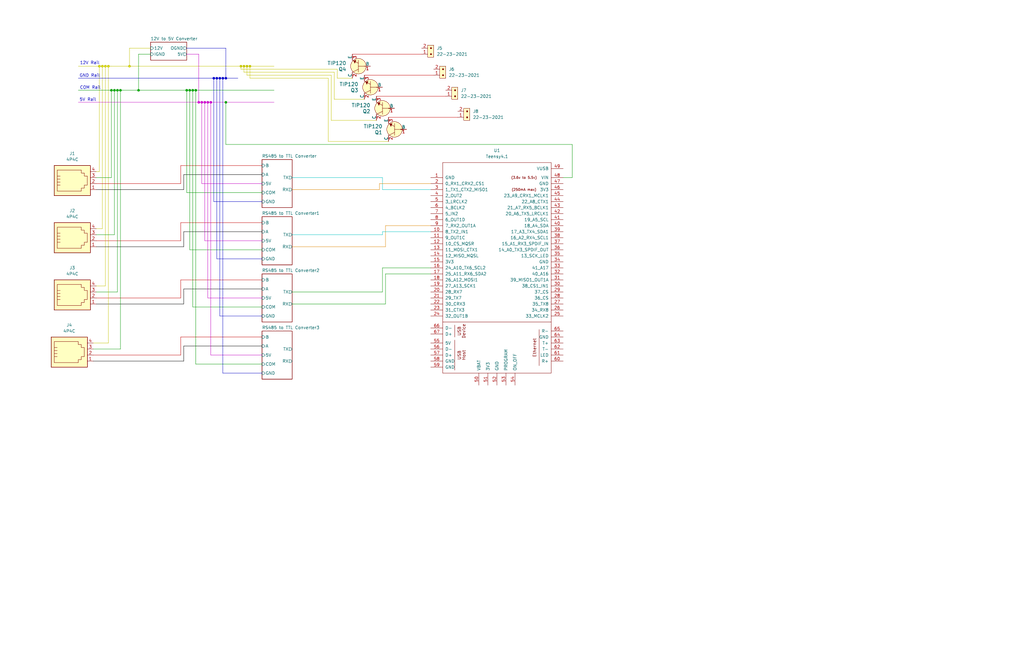
<source format=kicad_sch>
(kicad_sch
	(version 20250114)
	(generator "eeschema")
	(generator_version "9.0")
	(uuid "3eb7f183-3c89-4124-86a4-db8c1a8bdf38")
	(paper "User" 431.8 279.4)
	(lib_symbols
		(symbol "Connector:4P4C"
			(pin_names
				(offset 1.016)
			)
			(exclude_from_sim no)
			(in_bom yes)
			(on_board yes)
			(property "Reference" "J"
				(at -5.08 8.89 0)
				(effects
					(font
						(size 1.27 1.27)
					)
					(justify right)
				)
			)
			(property "Value" "4P4C"
				(at 2.54 8.89 0)
				(effects
					(font
						(size 1.27 1.27)
					)
					(justify left)
				)
			)
			(property "Footprint" ""
				(at 0 1.27 90)
				(effects
					(font
						(size 1.27 1.27)
					)
					(hide yes)
				)
			)
			(property "Datasheet" "~"
				(at 0 1.27 90)
				(effects
					(font
						(size 1.27 1.27)
					)
					(hide yes)
				)
			)
			(property "Description" "RJ connector, 4P4C (4 positions 4 connected), RJ9/RJ10/RJ22"
				(at 0 0 0)
				(effects
					(font
						(size 1.27 1.27)
					)
					(hide yes)
				)
			)
			(property "ki_keywords" "4P4C RJ socket connector"
				(at 0 0 0)
				(effects
					(font
						(size 1.27 1.27)
					)
					(hide yes)
				)
			)
			(property "ki_fp_filters" "4P4C* RJ9* RJ10* RJ22*"
				(at 0 0 0)
				(effects
					(font
						(size 1.27 1.27)
					)
					(hide yes)
				)
			)
			(symbol "4P4C_0_1"
				(polyline
					(pts
						(xy -6.35 3.175) (xy -5.08 3.175) (xy -5.08 3.175)
					)
					(stroke
						(width 0)
						(type default)
					)
					(fill
						(type none)
					)
				)
				(polyline
					(pts
						(xy -6.35 1.905) (xy -5.08 1.905) (xy -5.08 1.905)
					)
					(stroke
						(width 0)
						(type default)
					)
					(fill
						(type none)
					)
				)
				(polyline
					(pts
						(xy -6.35 0.635) (xy -5.08 0.635) (xy -5.08 0.635)
					)
					(stroke
						(width 0)
						(type default)
					)
					(fill
						(type none)
					)
				)
				(polyline
					(pts
						(xy -6.35 -0.635) (xy -5.08 -0.635) (xy -5.08 -0.635)
					)
					(stroke
						(width 0)
						(type default)
					)
					(fill
						(type none)
					)
				)
				(polyline
					(pts
						(xy -6.35 -3.175) (xy -6.35 5.715) (xy -1.27 5.715) (xy 3.81 5.715) (xy 3.81 4.445) (xy 5.08 4.445)
						(xy 5.08 3.175) (xy 6.35 3.175) (xy 6.35 -0.635) (xy 5.08 -0.635) (xy 5.08 -1.905) (xy 3.81 -1.905)
						(xy 3.81 -3.175) (xy -6.35 -3.175) (xy -6.35 -3.175)
					)
					(stroke
						(width 0)
						(type default)
					)
					(fill
						(type none)
					)
				)
				(rectangle
					(start 7.62 7.62)
					(end -7.62 -5.08)
					(stroke
						(width 0.254)
						(type default)
					)
					(fill
						(type background)
					)
				)
			)
			(symbol "4P4C_1_1"
				(pin passive line
					(at 10.16 5.08 180)
					(length 2.54)
					(name "~"
						(effects
							(font
								(size 1.27 1.27)
							)
						)
					)
					(number "4"
						(effects
							(font
								(size 1.27 1.27)
							)
						)
					)
				)
				(pin passive line
					(at 10.16 2.54 180)
					(length 2.54)
					(name "~"
						(effects
							(font
								(size 1.27 1.27)
							)
						)
					)
					(number "3"
						(effects
							(font
								(size 1.27 1.27)
							)
						)
					)
				)
				(pin passive line
					(at 10.16 0 180)
					(length 2.54)
					(name "~"
						(effects
							(font
								(size 1.27 1.27)
							)
						)
					)
					(number "2"
						(effects
							(font
								(size 1.27 1.27)
							)
						)
					)
				)
				(pin passive line
					(at 10.16 -2.54 180)
					(length 2.54)
					(name "~"
						(effects
							(font
								(size 1.27 1.27)
							)
						)
					)
					(number "1"
						(effects
							(font
								(size 1.27 1.27)
							)
						)
					)
				)
			)
			(embedded_fonts no)
		)
		(symbol "dk_Rectangular-Connectors-Headers-Male-Pins:22-23-2021"
			(pin_names
				(offset 1.016)
			)
			(exclude_from_sim no)
			(in_bom yes)
			(on_board yes)
			(property "Reference" "J"
				(at -2.54 1.27 0)
				(effects
					(font
						(size 1.27 1.27)
					)
					(justify right)
				)
			)
			(property "Value" "22-23-2021"
				(at 1.27 -3.81 0)
				(effects
					(font
						(size 1.27 1.27)
					)
				)
			)
			(property "Footprint" "digikey-footprints:PinHeader_1x2_P2.54mm_Drill1.02mm"
				(at 5.08 5.08 0)
				(effects
					(font
						(size 1.524 1.524)
					)
					(justify left)
					(hide yes)
				)
			)
			(property "Datasheet" "https://media.digikey.com/pdf/Data%20Sheets/Molex%20PDFs/A-6373-N_Series_Dwg_2010-12-03.pdf"
				(at 5.08 7.62 0)
				(effects
					(font
						(size 1.524 1.524)
					)
					(justify left)
					(hide yes)
				)
			)
			(property "Description" "CONN HEADER VERT 2POS 2.54MM"
				(at 0 0 0)
				(effects
					(font
						(size 1.27 1.27)
					)
					(hide yes)
				)
			)
			(property "Digi-Key_PN" "WM4200-ND"
				(at 5.08 10.16 0)
				(effects
					(font
						(size 1.524 1.524)
					)
					(justify left)
					(hide yes)
				)
			)
			(property "MPN" "22-23-2021"
				(at 5.08 12.7 0)
				(effects
					(font
						(size 1.524 1.524)
					)
					(justify left)
					(hide yes)
				)
			)
			(property "Category" "Connectors, Interconnects"
				(at 5.08 15.24 0)
				(effects
					(font
						(size 1.524 1.524)
					)
					(justify left)
					(hide yes)
				)
			)
			(property "Family" "Rectangular Connectors - Headers, Male Pins"
				(at 5.08 17.78 0)
				(effects
					(font
						(size 1.524 1.524)
					)
					(justify left)
					(hide yes)
				)
			)
			(property "DK_Datasheet_Link" "https://media.digikey.com/pdf/Data%20Sheets/Molex%20PDFs/A-6373-N_Series_Dwg_2010-12-03.pdf"
				(at 5.08 20.32 0)
				(effects
					(font
						(size 1.524 1.524)
					)
					(justify left)
					(hide yes)
				)
			)
			(property "DK_Detail_Page" "/product-detail/en/molex/22-23-2021/WM4200-ND/26667"
				(at 5.08 22.86 0)
				(effects
					(font
						(size 1.524 1.524)
					)
					(justify left)
					(hide yes)
				)
			)
			(property "Description_1" "CONN HEADER VERT 2POS 2.54MM"
				(at 5.08 25.4 0)
				(effects
					(font
						(size 1.524 1.524)
					)
					(justify left)
					(hide yes)
				)
			)
			(property "Manufacturer" "Molex"
				(at 5.08 27.94 0)
				(effects
					(font
						(size 1.524 1.524)
					)
					(justify left)
					(hide yes)
				)
			)
			(property "Status" "Active"
				(at 5.08 30.48 0)
				(effects
					(font
						(size 1.524 1.524)
					)
					(justify left)
					(hide yes)
				)
			)
			(property "ki_keywords" "WM4200-ND KK 6373"
				(at 0 0 0)
				(effects
					(font
						(size 1.27 1.27)
					)
					(hide yes)
				)
			)
			(symbol "22-23-2021_1_1"
				(rectangle
					(start -1.27 0)
					(end 3.81 -2.54)
					(stroke
						(width 0)
						(type solid)
					)
					(fill
						(type background)
					)
				)
				(rectangle
					(start -0.254 -1.143)
					(end 0.254 -1.651)
					(stroke
						(width 0)
						(type solid)
					)
					(fill
						(type outline)
					)
				)
				(rectangle
					(start 2.286 -1.143)
					(end 2.794 -1.651)
					(stroke
						(width 0)
						(type solid)
					)
					(fill
						(type outline)
					)
				)
				(pin passive line
					(at 0 2.54 270)
					(length 2.54)
					(name "~"
						(effects
							(font
								(size 1.27 1.27)
							)
						)
					)
					(number "1"
						(effects
							(font
								(size 1.27 1.27)
							)
						)
					)
				)
				(pin passive line
					(at 2.54 2.54 270)
					(length 2.54)
					(name "~"
						(effects
							(font
								(size 1.27 1.27)
							)
						)
					)
					(number "2"
						(effects
							(font
								(size 1.27 1.27)
							)
						)
					)
				)
			)
			(embedded_fonts no)
		)
		(symbol "dk_Transistors-Bipolar-BJT-Single:TIP120"
			(pin_names
				(offset 0)
			)
			(exclude_from_sim no)
			(in_bom yes)
			(on_board yes)
			(property "Reference" "Q"
				(at -3.2004 4.2164 0)
				(effects
					(font
						(size 1.524 1.524)
					)
					(justify left)
				)
			)
			(property "Value" "TIP120"
				(at 5.2324 0 90)
				(effects
					(font
						(size 1.524 1.524)
					)
				)
			)
			(property "Footprint" "digikey-footprints:TO-220-3"
				(at 5.08 5.08 0)
				(effects
					(font
						(size 1.524 1.524)
					)
					(justify left)
					(hide yes)
				)
			)
			(property "Datasheet" "http://www.st.com/content/ccc/resource/technical/document/datasheet/f9/ed/f5/44/26/b9/43/a4/CD00000911.pdf/files/CD00000911.pdf/jcr:content/translations/en.CD00000911.pdf"
				(at 5.08 7.62 0)
				(effects
					(font
						(size 1.524 1.524)
					)
					(justify left)
					(hide yes)
				)
			)
			(property "Description" "TRANS NPN DARL 60V 5A TO-220"
				(at 0 0 0)
				(effects
					(font
						(size 1.27 1.27)
					)
					(hide yes)
				)
			)
			(property "Digi-Key_PN" "497-2539-5-ND"
				(at 5.08 10.16 0)
				(effects
					(font
						(size 1.524 1.524)
					)
					(justify left)
					(hide yes)
				)
			)
			(property "MPN" "TIP120"
				(at 5.08 12.7 0)
				(effects
					(font
						(size 1.524 1.524)
					)
					(justify left)
					(hide yes)
				)
			)
			(property "Category" "Discrete Semiconductor Products"
				(at 5.08 15.24 0)
				(effects
					(font
						(size 1.524 1.524)
					)
					(justify left)
					(hide yes)
				)
			)
			(property "Family" "Transistors - Bipolar (BJT) - Single"
				(at 5.08 17.78 0)
				(effects
					(font
						(size 1.524 1.524)
					)
					(justify left)
					(hide yes)
				)
			)
			(property "DK_Datasheet_Link" "http://www.st.com/content/ccc/resource/technical/document/datasheet/f9/ed/f5/44/26/b9/43/a4/CD00000911.pdf/files/CD00000911.pdf/jcr:content/translations/en.CD00000911.pdf"
				(at 5.08 20.32 0)
				(effects
					(font
						(size 1.524 1.524)
					)
					(justify left)
					(hide yes)
				)
			)
			(property "DK_Detail_Page" "/product-detail/en/stmicroelectronics/TIP120/497-2539-5-ND/603564"
				(at 5.08 22.86 0)
				(effects
					(font
						(size 1.524 1.524)
					)
					(justify left)
					(hide yes)
				)
			)
			(property "Description_1" "TRANS NPN DARL 60V 5A TO-220"
				(at 5.08 25.4 0)
				(effects
					(font
						(size 1.524 1.524)
					)
					(justify left)
					(hide yes)
				)
			)
			(property "Manufacturer" "STMicroelectronics"
				(at 5.08 27.94 0)
				(effects
					(font
						(size 1.524 1.524)
					)
					(justify left)
					(hide yes)
				)
			)
			(property "Status" "Active"
				(at 5.08 30.48 0)
				(effects
					(font
						(size 1.524 1.524)
					)
					(justify left)
					(hide yes)
				)
			)
			(property "ki_keywords" "497-2539-5-ND"
				(at 0 0 0)
				(effects
					(font
						(size 1.27 1.27)
					)
					(hide yes)
				)
			)
			(symbol "TIP120_0_1"
				(polyline
					(pts
						(xy -3.81 0) (xy -2.54 0)
					)
					(stroke
						(width 0)
						(type solid)
					)
					(fill
						(type none)
					)
				)
				(polyline
					(pts
						(xy -3.556 0) (xy 0 0)
					)
					(stroke
						(width 0)
						(type solid)
					)
					(fill
						(type none)
					)
				)
				(polyline
					(pts
						(xy 0 2.54) (xy 0 -2.54)
					)
					(stroke
						(width 0)
						(type solid)
					)
					(fill
						(type none)
					)
				)
				(polyline
					(pts
						(xy 0 1.27) (xy 2.54 2.54)
					)
					(stroke
						(width 0)
						(type solid)
					)
					(fill
						(type none)
					)
				)
				(circle
					(center 0 0)
					(radius 3.2512)
					(stroke
						(width 0)
						(type solid)
					)
					(fill
						(type background)
					)
				)
				(polyline
					(pts
						(xy 0 -1.27) (xy 2.54 -2.54)
					)
					(stroke
						(width 0)
						(type solid)
					)
					(fill
						(type none)
					)
				)
				(polyline
					(pts
						(xy 1.524 -1.27) (xy 2.032 -2.286) (xy 1.016 -2.54) (xy 1.524 -1.27)
					)
					(stroke
						(width 0)
						(type solid)
					)
					(fill
						(type outline)
					)
				)
			)
			(symbol "TIP120_1_1"
				(pin input line
					(at -5.08 0 0)
					(length 2.54)
					(name "B"
						(effects
							(font
								(size 1.27 1.27)
							)
						)
					)
					(number "1"
						(effects
							(font
								(size 1.27 1.27)
							)
						)
					)
				)
				(pin passive line
					(at 2.54 5.08 270)
					(length 2.54)
					(name "C"
						(effects
							(font
								(size 1.27 1.27)
							)
						)
					)
					(number "2"
						(effects
							(font
								(size 1.27 1.27)
							)
						)
					)
				)
				(pin passive line
					(at 2.54 -5.08 90)
					(length 2.54)
					(name "E"
						(effects
							(font
								(size 1.27 1.27)
							)
						)
					)
					(number "3"
						(effects
							(font
								(size 1.27 1.27)
							)
						)
					)
				)
			)
			(embedded_fonts no)
		)
		(symbol "teensy:Teensy4.1"
			(pin_names
				(offset 1.016)
			)
			(exclude_from_sim no)
			(in_bom yes)
			(on_board yes)
			(property "Reference" "U"
				(at 0 64.77 0)
				(effects
					(font
						(size 1.27 1.27)
					)
				)
			)
			(property "Value" "Teensy4.1"
				(at 0 62.23 0)
				(effects
					(font
						(size 1.27 1.27)
					)
				)
			)
			(property "Footprint" ""
				(at -10.16 10.16 0)
				(effects
					(font
						(size 1.27 1.27)
					)
					(hide yes)
				)
			)
			(property "Datasheet" ""
				(at -10.16 10.16 0)
				(effects
					(font
						(size 1.27 1.27)
					)
					(hide yes)
				)
			)
			(property "Description" ""
				(at 0 0 0)
				(effects
					(font
						(size 1.27 1.27)
					)
					(hide yes)
				)
			)
			(symbol "Teensy4.1_0_0"
				(polyline
					(pts
						(xy -22.86 -6.35) (xy 22.86 -6.35)
					)
					(stroke
						(width 0)
						(type solid)
					)
					(fill
						(type none)
					)
				)
				(polyline
					(pts
						(xy -17.78 -7.62) (xy -17.78 -12.7)
					)
					(stroke
						(width 0)
						(type solid)
					)
					(fill
						(type none)
					)
				)
				(polyline
					(pts
						(xy -17.78 -26.67) (xy -17.78 -13.97)
					)
					(stroke
						(width 0)
						(type solid)
					)
					(fill
						(type none)
					)
				)
				(polyline
					(pts
						(xy 17.78 -9.525) (xy 17.78 -24.765)
					)
					(stroke
						(width 0)
						(type solid)
					)
					(fill
						(type none)
					)
				)
				(text "USB"
					(at -15.875 -10.16 900)
					(effects
						(font
							(size 1.27 1.27)
						)
					)
				)
				(text "USB"
					(at -15.875 -20.32 900)
					(effects
						(font
							(size 1.27 1.27)
						)
					)
				)
				(text "Device"
					(at -13.97 -10.16 900)
					(effects
						(font
							(size 1.27 1.27)
						)
					)
				)
				(text "Host"
					(at -13.97 -20.32 900)
					(effects
						(font
							(size 1.27 1.27)
						)
					)
				)
				(text "(3.6v to 5.5v)"
					(at 11.43 54.61 0)
					(effects
						(font
							(size 1.016 1.016)
						)
					)
				)
				(text "(250mA max)"
					(at 11.43 49.53 0)
					(effects
						(font
							(size 1.016 1.016)
						)
					)
				)
				(text "Ethernet"
					(at 15.875 -17.145 900)
					(effects
						(font
							(size 1.27 1.27)
						)
					)
				)
				(pin bidirectional line
					(at -27.94 44.45 0)
					(length 5.08)
					(name "3_LRCLK2"
						(effects
							(font
								(size 1.27 1.27)
							)
						)
					)
					(number "5"
						(effects
							(font
								(size 1.27 1.27)
							)
						)
					)
				)
				(pin bidirectional line
					(at -27.94 41.91 0)
					(length 5.08)
					(name "4_BCLK2"
						(effects
							(font
								(size 1.27 1.27)
							)
						)
					)
					(number "6"
						(effects
							(font
								(size 1.27 1.27)
							)
						)
					)
				)
				(pin bidirectional line
					(at -27.94 39.37 0)
					(length 5.08)
					(name "5_IN2"
						(effects
							(font
								(size 1.27 1.27)
							)
						)
					)
					(number "7"
						(effects
							(font
								(size 1.27 1.27)
							)
						)
					)
				)
				(pin bidirectional line
					(at -27.94 36.83 0)
					(length 5.08)
					(name "6_OUT1D"
						(effects
							(font
								(size 1.27 1.27)
							)
						)
					)
					(number "8"
						(effects
							(font
								(size 1.27 1.27)
							)
						)
					)
				)
				(pin bidirectional line
					(at -27.94 34.29 0)
					(length 5.08)
					(name "7_RX2_OUT1A"
						(effects
							(font
								(size 1.27 1.27)
							)
						)
					)
					(number "9"
						(effects
							(font
								(size 1.27 1.27)
							)
						)
					)
				)
				(pin bidirectional line
					(at -27.94 31.75 0)
					(length 5.08)
					(name "8_TX2_IN1"
						(effects
							(font
								(size 1.27 1.27)
							)
						)
					)
					(number "10"
						(effects
							(font
								(size 1.27 1.27)
							)
						)
					)
				)
				(pin bidirectional line
					(at -27.94 29.21 0)
					(length 5.08)
					(name "9_OUT1C"
						(effects
							(font
								(size 1.27 1.27)
							)
						)
					)
					(number "11"
						(effects
							(font
								(size 1.27 1.27)
							)
						)
					)
				)
				(pin bidirectional line
					(at -27.94 26.67 0)
					(length 5.08)
					(name "10_CS_MQSR"
						(effects
							(font
								(size 1.27 1.27)
							)
						)
					)
					(number "12"
						(effects
							(font
								(size 1.27 1.27)
							)
						)
					)
				)
				(pin bidirectional line
					(at -27.94 24.13 0)
					(length 5.08)
					(name "11_MOSI_CTX1"
						(effects
							(font
								(size 1.27 1.27)
							)
						)
					)
					(number "13"
						(effects
							(font
								(size 1.27 1.27)
							)
						)
					)
				)
				(pin bidirectional line
					(at -27.94 21.59 0)
					(length 5.08)
					(name "12_MISO_MQSL"
						(effects
							(font
								(size 1.27 1.27)
							)
						)
					)
					(number "14"
						(effects
							(font
								(size 1.27 1.27)
							)
						)
					)
				)
				(pin power_in line
					(at -27.94 19.05 0)
					(length 5.08)
					(name "3V3"
						(effects
							(font
								(size 1.27 1.27)
							)
						)
					)
					(number "15"
						(effects
							(font
								(size 1.27 1.27)
							)
						)
					)
				)
				(pin bidirectional line
					(at -27.94 16.51 0)
					(length 5.08)
					(name "24_A10_TX6_SCL2"
						(effects
							(font
								(size 1.27 1.27)
							)
						)
					)
					(number "16"
						(effects
							(font
								(size 1.27 1.27)
							)
						)
					)
				)
				(pin bidirectional line
					(at -27.94 13.97 0)
					(length 5.08)
					(name "25_A11_RX6_SDA2"
						(effects
							(font
								(size 1.27 1.27)
							)
						)
					)
					(number "17"
						(effects
							(font
								(size 1.27 1.27)
							)
						)
					)
				)
				(pin bidirectional line
					(at -27.94 11.43 0)
					(length 5.08)
					(name "26_A12_MOSI1"
						(effects
							(font
								(size 1.27 1.27)
							)
						)
					)
					(number "18"
						(effects
							(font
								(size 1.27 1.27)
							)
						)
					)
				)
				(pin bidirectional line
					(at -27.94 8.89 0)
					(length 5.08)
					(name "27_A13_SCK1"
						(effects
							(font
								(size 1.27 1.27)
							)
						)
					)
					(number "19"
						(effects
							(font
								(size 1.27 1.27)
							)
						)
					)
				)
				(pin bidirectional line
					(at -27.94 6.35 0)
					(length 5.08)
					(name "28_RX7"
						(effects
							(font
								(size 1.27 1.27)
							)
						)
					)
					(number "20"
						(effects
							(font
								(size 1.27 1.27)
							)
						)
					)
				)
				(pin bidirectional line
					(at -27.94 3.81 0)
					(length 5.08)
					(name "29_TX7"
						(effects
							(font
								(size 1.27 1.27)
							)
						)
					)
					(number "21"
						(effects
							(font
								(size 1.27 1.27)
							)
						)
					)
				)
				(pin bidirectional line
					(at -27.94 1.27 0)
					(length 5.08)
					(name "30_CRX3"
						(effects
							(font
								(size 1.27 1.27)
							)
						)
					)
					(number "22"
						(effects
							(font
								(size 1.27 1.27)
							)
						)
					)
				)
				(pin bidirectional line
					(at -27.94 -1.27 0)
					(length 5.08)
					(name "31_CTX3"
						(effects
							(font
								(size 1.27 1.27)
							)
						)
					)
					(number "23"
						(effects
							(font
								(size 1.27 1.27)
							)
						)
					)
				)
				(pin bidirectional line
					(at -27.94 -3.81 0)
					(length 5.08)
					(name "32_OUT1B"
						(effects
							(font
								(size 1.27 1.27)
							)
						)
					)
					(number "24"
						(effects
							(font
								(size 1.27 1.27)
							)
						)
					)
				)
				(pin bidirectional line
					(at -27.94 -8.89 0)
					(length 5.08)
					(name "D-"
						(effects
							(font
								(size 1.27 1.27)
							)
						)
					)
					(number "66"
						(effects
							(font
								(size 1.27 1.27)
							)
						)
					)
				)
				(pin bidirectional line
					(at -27.94 -11.43 0)
					(length 5.08)
					(name "D+"
						(effects
							(font
								(size 1.27 1.27)
							)
						)
					)
					(number "67"
						(effects
							(font
								(size 1.27 1.27)
							)
						)
					)
				)
				(pin power_out line
					(at -27.94 -15.24 0)
					(length 5.08)
					(name "5V"
						(effects
							(font
								(size 1.27 1.27)
							)
						)
					)
					(number "55"
						(effects
							(font
								(size 1.27 1.27)
							)
						)
					)
				)
				(pin bidirectional line
					(at -27.94 -17.78 0)
					(length 5.08)
					(name "D-"
						(effects
							(font
								(size 1.27 1.27)
							)
						)
					)
					(number "56"
						(effects
							(font
								(size 1.27 1.27)
							)
						)
					)
				)
				(pin bidirectional line
					(at -27.94 -20.32 0)
					(length 5.08)
					(name "D+"
						(effects
							(font
								(size 1.27 1.27)
							)
						)
					)
					(number "57"
						(effects
							(font
								(size 1.27 1.27)
							)
						)
					)
				)
				(pin power_in line
					(at -27.94 -22.86 0)
					(length 5.08)
					(name "GND"
						(effects
							(font
								(size 1.27 1.27)
							)
						)
					)
					(number "58"
						(effects
							(font
								(size 1.27 1.27)
							)
						)
					)
				)
				(pin power_in line
					(at -27.94 -25.4 0)
					(length 5.08)
					(name "GND"
						(effects
							(font
								(size 1.27 1.27)
							)
						)
					)
					(number "59"
						(effects
							(font
								(size 1.27 1.27)
							)
						)
					)
				)
				(pin power_in line
					(at -7.62 -33.02 90)
					(length 5.08)
					(name "VBAT"
						(effects
							(font
								(size 1.27 1.27)
							)
						)
					)
					(number "50"
						(effects
							(font
								(size 1.27 1.27)
							)
						)
					)
				)
				(pin power_in line
					(at -3.81 -33.02 90)
					(length 5.08)
					(name "3V3"
						(effects
							(font
								(size 1.27 1.27)
							)
						)
					)
					(number "51"
						(effects
							(font
								(size 1.27 1.27)
							)
						)
					)
				)
				(pin input line
					(at 0 -33.02 90)
					(length 5.08)
					(name "GND"
						(effects
							(font
								(size 1.27 1.27)
							)
						)
					)
					(number "52"
						(effects
							(font
								(size 1.27 1.27)
							)
						)
					)
				)
				(pin input line
					(at 3.81 -33.02 90)
					(length 5.08)
					(name "PROGRAM"
						(effects
							(font
								(size 1.27 1.27)
							)
						)
					)
					(number "53"
						(effects
							(font
								(size 1.27 1.27)
							)
						)
					)
				)
				(pin input line
					(at 7.62 -33.02 90)
					(length 5.08)
					(name "ON_OFF"
						(effects
							(font
								(size 1.27 1.27)
							)
						)
					)
					(number "54"
						(effects
							(font
								(size 1.27 1.27)
							)
						)
					)
				)
				(pin power_out line
					(at 27.94 58.42 180)
					(length 5.08)
					(name "VUSB"
						(effects
							(font
								(size 1.27 1.27)
							)
						)
					)
					(number "49"
						(effects
							(font
								(size 1.27 1.27)
							)
						)
					)
				)
				(pin power_in line
					(at 27.94 54.61 180)
					(length 5.08)
					(name "VIN"
						(effects
							(font
								(size 1.27 1.27)
							)
						)
					)
					(number "48"
						(effects
							(font
								(size 1.27 1.27)
							)
						)
					)
				)
				(pin output line
					(at 27.94 52.07 180)
					(length 5.08)
					(name "GND"
						(effects
							(font
								(size 1.27 1.27)
							)
						)
					)
					(number "47"
						(effects
							(font
								(size 1.27 1.27)
							)
						)
					)
				)
				(pin output line
					(at 27.94 49.53 180)
					(length 5.08)
					(name "3V3"
						(effects
							(font
								(size 1.27 1.27)
							)
						)
					)
					(number "46"
						(effects
							(font
								(size 1.27 1.27)
							)
						)
					)
				)
				(pin bidirectional line
					(at 27.94 46.99 180)
					(length 5.08)
					(name "23_A9_CRX1_MCLK1"
						(effects
							(font
								(size 1.27 1.27)
							)
						)
					)
					(number "45"
						(effects
							(font
								(size 1.27 1.27)
							)
						)
					)
				)
				(pin bidirectional line
					(at 27.94 44.45 180)
					(length 5.08)
					(name "22_A8_CTX1"
						(effects
							(font
								(size 1.27 1.27)
							)
						)
					)
					(number "44"
						(effects
							(font
								(size 1.27 1.27)
							)
						)
					)
				)
				(pin bidirectional line
					(at 27.94 41.91 180)
					(length 5.08)
					(name "21_A7_RX5_BCLK1"
						(effects
							(font
								(size 1.27 1.27)
							)
						)
					)
					(number "43"
						(effects
							(font
								(size 1.27 1.27)
							)
						)
					)
				)
				(pin bidirectional line
					(at 27.94 39.37 180)
					(length 5.08)
					(name "20_A6_TX5_LRCLK1"
						(effects
							(font
								(size 1.27 1.27)
							)
						)
					)
					(number "42"
						(effects
							(font
								(size 1.27 1.27)
							)
						)
					)
				)
				(pin bidirectional line
					(at 27.94 36.83 180)
					(length 5.08)
					(name "19_A5_SCL"
						(effects
							(font
								(size 1.27 1.27)
							)
						)
					)
					(number "41"
						(effects
							(font
								(size 1.27 1.27)
							)
						)
					)
				)
				(pin bidirectional line
					(at 27.94 34.29 180)
					(length 5.08)
					(name "18_A4_SDA"
						(effects
							(font
								(size 1.27 1.27)
							)
						)
					)
					(number "40"
						(effects
							(font
								(size 1.27 1.27)
							)
						)
					)
				)
				(pin bidirectional line
					(at 27.94 31.75 180)
					(length 5.08)
					(name "17_A3_TX4_SDA1"
						(effects
							(font
								(size 1.27 1.27)
							)
						)
					)
					(number "39"
						(effects
							(font
								(size 1.27 1.27)
							)
						)
					)
				)
				(pin bidirectional line
					(at 27.94 29.21 180)
					(length 5.08)
					(name "16_A2_RX4_SCL1"
						(effects
							(font
								(size 1.27 1.27)
							)
						)
					)
					(number "38"
						(effects
							(font
								(size 1.27 1.27)
							)
						)
					)
				)
				(pin bidirectional line
					(at 27.94 26.67 180)
					(length 5.08)
					(name "15_A1_RX3_SPDIF_IN"
						(effects
							(font
								(size 1.27 1.27)
							)
						)
					)
					(number "37"
						(effects
							(font
								(size 1.27 1.27)
							)
						)
					)
				)
				(pin bidirectional line
					(at 27.94 24.13 180)
					(length 5.08)
					(name "14_A0_TX3_SPDIF_OUT"
						(effects
							(font
								(size 1.27 1.27)
							)
						)
					)
					(number "36"
						(effects
							(font
								(size 1.27 1.27)
							)
						)
					)
				)
				(pin bidirectional line
					(at 27.94 21.59 180)
					(length 5.08)
					(name "13_SCK_LED"
						(effects
							(font
								(size 1.27 1.27)
							)
						)
					)
					(number "35"
						(effects
							(font
								(size 1.27 1.27)
							)
						)
					)
				)
				(pin bidirectional line
					(at 27.94 16.51 180)
					(length 5.08)
					(name "41_A17"
						(effects
							(font
								(size 1.27 1.27)
							)
						)
					)
					(number "33"
						(effects
							(font
								(size 1.27 1.27)
							)
						)
					)
				)
				(pin bidirectional line
					(at 27.94 13.97 180)
					(length 5.08)
					(name "40_A16"
						(effects
							(font
								(size 1.27 1.27)
							)
						)
					)
					(number "32"
						(effects
							(font
								(size 1.27 1.27)
							)
						)
					)
				)
				(pin bidirectional line
					(at 27.94 11.43 180)
					(length 5.08)
					(name "39_MISO1_OUT1A"
						(effects
							(font
								(size 1.27 1.27)
							)
						)
					)
					(number "31"
						(effects
							(font
								(size 1.27 1.27)
							)
						)
					)
				)
				(pin bidirectional line
					(at 27.94 8.89 180)
					(length 5.08)
					(name "38_CS1_IN1"
						(effects
							(font
								(size 1.27 1.27)
							)
						)
					)
					(number "30"
						(effects
							(font
								(size 1.27 1.27)
							)
						)
					)
				)
				(pin bidirectional line
					(at 27.94 6.35 180)
					(length 5.08)
					(name "37_CS"
						(effects
							(font
								(size 1.27 1.27)
							)
						)
					)
					(number "29"
						(effects
							(font
								(size 1.27 1.27)
							)
						)
					)
				)
				(pin bidirectional line
					(at 27.94 3.81 180)
					(length 5.08)
					(name "36_CS"
						(effects
							(font
								(size 1.27 1.27)
							)
						)
					)
					(number "28"
						(effects
							(font
								(size 1.27 1.27)
							)
						)
					)
				)
				(pin bidirectional line
					(at 27.94 1.27 180)
					(length 5.08)
					(name "35_TX8"
						(effects
							(font
								(size 1.27 1.27)
							)
						)
					)
					(number "27"
						(effects
							(font
								(size 1.27 1.27)
							)
						)
					)
				)
				(pin bidirectional line
					(at 27.94 -1.27 180)
					(length 5.08)
					(name "34_RX8"
						(effects
							(font
								(size 1.27 1.27)
							)
						)
					)
					(number "26"
						(effects
							(font
								(size 1.27 1.27)
							)
						)
					)
				)
				(pin bidirectional line
					(at 27.94 -3.81 180)
					(length 5.08)
					(name "33_MCLK2"
						(effects
							(font
								(size 1.27 1.27)
							)
						)
					)
					(number "25"
						(effects
							(font
								(size 1.27 1.27)
							)
						)
					)
				)
				(pin bidirectional line
					(at 27.94 -10.16 180)
					(length 5.08)
					(name "R-"
						(effects
							(font
								(size 1.27 1.27)
							)
						)
					)
					(number "65"
						(effects
							(font
								(size 1.27 1.27)
							)
						)
					)
				)
				(pin power_in line
					(at 27.94 -12.7 180)
					(length 5.08)
					(name "GND"
						(effects
							(font
								(size 1.27 1.27)
							)
						)
					)
					(number "64"
						(effects
							(font
								(size 1.27 1.27)
							)
						)
					)
				)
				(pin bidirectional line
					(at 27.94 -15.24 180)
					(length 5.08)
					(name "T+"
						(effects
							(font
								(size 1.27 1.27)
							)
						)
					)
					(number "63"
						(effects
							(font
								(size 1.27 1.27)
							)
						)
					)
				)
				(pin bidirectional line
					(at 27.94 -17.78 180)
					(length 5.08)
					(name "T-"
						(effects
							(font
								(size 1.27 1.27)
							)
						)
					)
					(number "62"
						(effects
							(font
								(size 1.27 1.27)
							)
						)
					)
				)
				(pin bidirectional line
					(at 27.94 -20.32 180)
					(length 5.08)
					(name "LED"
						(effects
							(font
								(size 1.27 1.27)
							)
						)
					)
					(number "61"
						(effects
							(font
								(size 1.27 1.27)
							)
						)
					)
				)
				(pin bidirectional line
					(at 27.94 -22.86 180)
					(length 5.08)
					(name "R+"
						(effects
							(font
								(size 1.27 1.27)
							)
						)
					)
					(number "60"
						(effects
							(font
								(size 1.27 1.27)
							)
						)
					)
				)
			)
			(symbol "Teensy4.1_0_1"
				(rectangle
					(start -22.86 60.96)
					(end 22.86 -27.94)
					(stroke
						(width 0)
						(type solid)
					)
					(fill
						(type none)
					)
				)
				(rectangle
					(start -20.32 -1.27)
					(end -20.32 -1.27)
					(stroke
						(width 0)
						(type solid)
					)
					(fill
						(type none)
					)
				)
			)
			(symbol "Teensy4.1_1_1"
				(pin power_in line
					(at -27.94 54.61 0)
					(length 5.08)
					(name "GND"
						(effects
							(font
								(size 1.27 1.27)
							)
						)
					)
					(number "1"
						(effects
							(font
								(size 1.27 1.27)
							)
						)
					)
				)
				(pin bidirectional line
					(at -27.94 52.07 0)
					(length 5.08)
					(name "0_RX1_CRX2_CS1"
						(effects
							(font
								(size 1.27 1.27)
							)
						)
					)
					(number "2"
						(effects
							(font
								(size 1.27 1.27)
							)
						)
					)
				)
				(pin bidirectional line
					(at -27.94 49.53 0)
					(length 5.08)
					(name "1_TX1_CTX2_MISO1"
						(effects
							(font
								(size 1.27 1.27)
							)
						)
					)
					(number "3"
						(effects
							(font
								(size 1.27 1.27)
							)
						)
					)
				)
				(pin bidirectional line
					(at -27.94 46.99 0)
					(length 5.08)
					(name "2_OUT2"
						(effects
							(font
								(size 1.27 1.27)
							)
						)
					)
					(number "4"
						(effects
							(font
								(size 1.27 1.27)
							)
						)
					)
				)
				(pin power_in line
					(at 27.94 19.05 180)
					(length 5.08)
					(name "GND"
						(effects
							(font
								(size 1.27 1.27)
							)
						)
					)
					(number "34"
						(effects
							(font
								(size 1.27 1.27)
							)
						)
					)
				)
			)
			(embedded_fonts no)
		)
	)
	(text "GND Rail\n"
		(exclude_from_sim no)
		(at 37.846 32.004 0)
		(effects
			(font
				(size 1.27 1.27)
			)
		)
		(uuid "09855b75-f914-46c3-bfda-3c51f44796b2")
	)
	(text "COM Rail"
		(exclude_from_sim no)
		(at 38.1 37.084 0)
		(effects
			(font
				(size 1.27 1.27)
			)
		)
		(uuid "7a6f210f-3498-4b56-b386-fa91366bb62b")
	)
	(text "5V Rail\n"
		(exclude_from_sim no)
		(at 37.084 42.164 0)
		(effects
			(font
				(size 1.27 1.27)
			)
		)
		(uuid "9c740f6e-e85c-4764-b59f-a85bb5528af7")
	)
	(text "12V Rail\n"
		(exclude_from_sim no)
		(at 37.846 26.67 0)
		(effects
			(font
				(size 1.27 1.27)
			)
		)
		(uuid "b191b574-a441-420b-8deb-83a174407cce")
	)
	(junction
		(at 87.63 43.18)
		(diameter 0)
		(color 194 0 194 1)
		(uuid "039e0cdf-fe25-47d9-8fe4-b36cf1a53b30")
	)
	(junction
		(at 43.18 27.94)
		(diameter 0)
		(color 194 194 0 1)
		(uuid "2c05db37-5083-4f3d-98d6-c36f14fa4e7f")
	)
	(junction
		(at 95.25 43.18)
		(diameter 0)
		(color 0 0 0 0)
		(uuid "35ebe7d5-e696-443f-b5f6-79207018b6d3")
	)
	(junction
		(at 90.17 33.02)
		(diameter 0)
		(color 0 0 194 1)
		(uuid "4de0cb7f-8a6c-41fe-9a63-05c31faf52b8")
	)
	(junction
		(at 93.98 33.02)
		(diameter 0)
		(color 0 0 194 1)
		(uuid "4eb4c16f-2c81-498e-afd8-6cccfabd4a4b")
	)
	(junction
		(at 78.74 38.1)
		(diameter 0)
		(color 0 0 0 0)
		(uuid "50d6ffb1-9ba5-442a-85e6-16ef771c3cf0")
	)
	(junction
		(at 86.36 43.18)
		(diameter 0)
		(color 194 0 194 1)
		(uuid "5d47cd18-3ee7-4aa4-a661-ba93dfb1d230")
	)
	(junction
		(at 50.8 38.1)
		(diameter 0)
		(color 0 0 0 0)
		(uuid "6be51551-589a-4fde-87b7-9d2de17515c7")
	)
	(junction
		(at 83.82 43.18)
		(diameter 0)
		(color 194 0 194 1)
		(uuid "6d034158-c757-46de-befd-998cf3617781")
	)
	(junction
		(at 92.71 33.02)
		(diameter 0)
		(color 0 0 194 1)
		(uuid "7189a5eb-8aa5-4eec-8e26-1874a1f9aa02")
	)
	(junction
		(at 91.44 33.02)
		(diameter 0)
		(color 0 0 194 1)
		(uuid "75b1a658-687e-4d4a-92ee-3397865d11d4")
	)
	(junction
		(at 41.91 27.94)
		(diameter 0)
		(color 194 194 0 1)
		(uuid "875b96fb-10cd-454c-9ceb-903b47f69b7f")
	)
	(junction
		(at 54.61 27.94)
		(diameter 0)
		(color 194 194 0 1)
		(uuid "875cc499-072f-488a-90f6-96c553b4eb46")
	)
	(junction
		(at 101.6 27.94)
		(diameter 0)
		(color 194 194 0 1)
		(uuid "90fd8815-8f77-448e-82fe-86e6725b1d40")
	)
	(junction
		(at 82.55 38.1)
		(diameter 0)
		(color 0 0 0 0)
		(uuid "989689c7-024a-4b11-be0a-aa8ee660763a")
	)
	(junction
		(at 105.41 27.94)
		(diameter 0)
		(color 194 194 0 1)
		(uuid "992ebf4f-d054-436b-880d-d523dce5543f")
	)
	(junction
		(at 58.42 38.1)
		(diameter 0)
		(color 0 0 0 0)
		(uuid "a246feca-12b1-40da-ab7f-9b6c0376f210")
	)
	(junction
		(at 48.26 38.1)
		(diameter 0)
		(color 0 0 0 0)
		(uuid "a3bd619c-26f3-426e-90b6-f3e1d60afb43")
	)
	(junction
		(at 46.99 38.1)
		(diameter 0)
		(color 0 0 0 0)
		(uuid "a5193f1c-1b58-4625-b002-b7efcbf28d3f")
	)
	(junction
		(at 45.72 27.94)
		(diameter 0)
		(color 194 194 0 1)
		(uuid "aabd4dfc-6ab2-4ffb-8fbe-b74dd796184f")
	)
	(junction
		(at 104.14 27.94)
		(diameter 0)
		(color 194 194 0 1)
		(uuid "b204da17-419e-48e5-b549-99ae71e671f9")
	)
	(junction
		(at 49.53 38.1)
		(diameter 0)
		(color 0 0 0 0)
		(uuid "b46ee860-f72b-40e2-9486-eaa35989647d")
	)
	(junction
		(at 81.28 38.1)
		(diameter 0)
		(color 0 0 0 0)
		(uuid "bbdac3c6-86f0-43c2-bc8b-8033a97273a1")
	)
	(junction
		(at 80.01 38.1)
		(diameter 0)
		(color 0 0 0 0)
		(uuid "dfc7b3ec-f97d-4fdb-97a9-d8fd8f28a476")
	)
	(junction
		(at 95.25 33.02)
		(diameter 0)
		(color 0 0 194 1)
		(uuid "e25b8e9d-7f6f-4111-a3ec-0b656d120903")
	)
	(junction
		(at 44.45 27.94)
		(diameter 0)
		(color 194 194 0 1)
		(uuid "e2bb5b35-c454-4000-b4e4-3f000bedb451")
	)
	(junction
		(at 102.87 27.94)
		(diameter 0)
		(color 194 194 0 1)
		(uuid "e8d65128-cc9d-4ba9-8e2f-28bf55e6059a")
	)
	(junction
		(at 88.9 43.18)
		(diameter 0)
		(color 194 0 194 1)
		(uuid "fa7e8c51-c03a-4253-a6cc-70f9707680f5")
	)
	(junction
		(at 85.09 43.18)
		(diameter 0)
		(color 194 0 194 1)
		(uuid "fb87c19e-712b-419d-a9fb-7743dc18f8a1")
	)
	(wire
		(pts
			(xy 54.61 27.94) (xy 101.6 27.94)
		)
		(stroke
			(width 0)
			(type default)
			(color 194 194 0 1)
		)
		(uuid "030b641b-754b-4a60-aaba-33beb1148a85")
	)
	(wire
		(pts
			(xy 77.47 128.27) (xy 77.47 121.92)
		)
		(stroke
			(width 0)
			(type default)
			(color 0 0 0 1)
		)
		(uuid "04215394-c38a-43e4-8f91-8e40e2e36cae")
	)
	(wire
		(pts
			(xy 39.37 144.78) (xy 45.72 144.78)
		)
		(stroke
			(width 0)
			(type default)
			(color 194 194 0 1)
		)
		(uuid "0787486d-d4cc-4ed6-a403-a74bb2c5b195")
	)
	(wire
		(pts
			(xy 101.6 29.21) (xy 142.24 29.21)
		)
		(stroke
			(width 0)
			(type default)
			(color 194 194 0 1)
		)
		(uuid "07d243b1-4b02-4612-94a4-be234fb8772b")
	)
	(wire
		(pts
			(xy 40.64 123.19) (xy 49.53 123.19)
		)
		(stroke
			(width 0)
			(type default)
		)
		(uuid "09548d23-9f3c-407b-b230-caf709b832de")
	)
	(wire
		(pts
			(xy 77.47 104.14) (xy 77.47 97.79)
		)
		(stroke
			(width 0)
			(type default)
			(color 0 0 0 1)
		)
		(uuid "0af1fe6e-f251-4c86-b4b9-0fda5670fec4")
	)
	(wire
		(pts
			(xy 46.99 74.93) (xy 46.99 38.1)
		)
		(stroke
			(width 0)
			(type default)
		)
		(uuid "0e8c2a9c-8037-4ab7-a315-1a59696e9724")
	)
	(wire
		(pts
			(xy 104.14 27.94) (xy 105.41 27.94)
		)
		(stroke
			(width 0)
			(type default)
			(color 194 194 0 1)
		)
		(uuid "138a4d79-d936-4756-b408-04712b8efd57")
	)
	(wire
		(pts
			(xy 77.47 80.01) (xy 77.47 73.66)
		)
		(stroke
			(width 0)
			(type default)
			(color 0 0 0 1)
		)
		(uuid "15b0b02a-a419-4336-897d-48c172ee91d3")
	)
	(wire
		(pts
			(xy 33.02 43.18) (xy 83.82 43.18)
		)
		(stroke
			(width 0)
			(type default)
			(color 194 0 194 1)
		)
		(uuid "17665b06-2910-4f6d-afdc-3158596d3169")
	)
	(wire
		(pts
			(xy 77.47 146.05) (xy 110.49 146.05)
		)
		(stroke
			(width 0)
			(type default)
			(color 0 0 0 1)
		)
		(uuid "18a9fe0c-6324-43cd-aa9b-e2e00e2de356")
	)
	(wire
		(pts
			(xy 90.17 85.09) (xy 110.49 85.09)
		)
		(stroke
			(width 0)
			(type default)
			(color 0 0 194 1)
		)
		(uuid "263d3de3-4ee4-4846-a9e5-68b3ced4a09d")
	)
	(wire
		(pts
			(xy 39.37 149.86) (xy 76.2 149.86)
		)
		(stroke
			(width 0)
			(type default)
			(color 194 0 0 1)
		)
		(uuid "2c5645ce-83af-45d0-bcb1-c0772545731e")
	)
	(wire
		(pts
			(xy 76.2 125.73) (xy 76.2 118.11)
		)
		(stroke
			(width 0)
			(type default)
			(color 194 0 0 1)
		)
		(uuid "2ca2990a-6f0d-4b6e-8eb5-1e66fb72beae")
	)
	(wire
		(pts
			(xy 142.24 29.21) (xy 142.24 33.02)
		)
		(stroke
			(width 0)
			(type default)
			(color 194 194 0 1)
		)
		(uuid "3027b207-b1e3-42fc-a601-b70c7345c6d4")
	)
	(wire
		(pts
			(xy 153.67 31.75) (xy 182.88 31.75)
		)
		(stroke
			(width 0)
			(type default)
			(color 194 0 0 1)
		)
		(uuid "305eef85-0871-4fea-ad72-9d11d1c5a845")
	)
	(wire
		(pts
			(xy 237.49 74.93) (xy 241.3 74.93)
		)
		(stroke
			(width 0)
			(type default)
		)
		(uuid "3232571f-ab27-4344-9b8c-395c2ea9e0a8")
	)
	(wire
		(pts
			(xy 76.2 69.85) (xy 110.49 69.85)
		)
		(stroke
			(width 0)
			(type default)
			(color 194 0 0 1)
		)
		(uuid "35489102-e14f-477d-a729-ce4fb51eaaf3")
	)
	(wire
		(pts
			(xy 41.91 72.39) (xy 41.91 27.94)
		)
		(stroke
			(width 0)
			(type default)
			(color 194 194 0 1)
		)
		(uuid "357dda9b-958f-40ce-a45c-6df3ecca0fcd")
	)
	(wire
		(pts
			(xy 48.26 38.1) (xy 49.53 38.1)
		)
		(stroke
			(width 0)
			(type default)
		)
		(uuid "36974527-621d-4912-9b87-e03201f4eb72")
	)
	(wire
		(pts
			(xy 44.45 27.94) (xy 45.72 27.94)
		)
		(stroke
			(width 0)
			(type default)
			(color 194 194 0 1)
		)
		(uuid "370cee55-6934-430a-b776-5e5a13596d7e")
	)
	(wire
		(pts
			(xy 161.29 74.93) (xy 161.29 80.01)
		)
		(stroke
			(width 0)
			(type default)
			(color 0 194 194 1)
		)
		(uuid "3734821c-8ca7-40ae-8d4f-f2979157b3f2")
	)
	(wire
		(pts
			(xy 78.74 38.1) (xy 80.01 38.1)
		)
		(stroke
			(width 0)
			(type default)
		)
		(uuid "37eb1ff4-e811-42f2-9a14-28d2f29036da")
	)
	(wire
		(pts
			(xy 162.56 115.57) (xy 181.61 115.57)
		)
		(stroke
			(width 0)
			(type default)
		)
		(uuid "3b9874f7-f795-45b5-bec1-d493190616f9")
	)
	(wire
		(pts
			(xy 78.74 38.1) (xy 78.74 81.28)
		)
		(stroke
			(width 0)
			(type default)
		)
		(uuid "3e4d705f-2619-49f1-ae13-a17055c24f6b")
	)
	(wire
		(pts
			(xy 92.71 133.35) (xy 110.49 133.35)
		)
		(stroke
			(width 0)
			(type default)
			(color 0 0 194 1)
		)
		(uuid "3ecdb24c-e6c1-4c5f-953a-ee0e3910218a")
	)
	(wire
		(pts
			(xy 105.41 27.94) (xy 115.57 27.94)
		)
		(stroke
			(width 0)
			(type default)
			(color 194 194 0 1)
		)
		(uuid "3fd01ecb-3eb8-4d37-ac5e-42aabc73ff0c")
	)
	(wire
		(pts
			(xy 102.87 27.94) (xy 104.14 27.94)
		)
		(stroke
			(width 0)
			(type default)
			(color 194 194 0 1)
		)
		(uuid "41340f41-3816-46c5-873c-4cf5eabd1b8a")
	)
	(wire
		(pts
			(xy 86.36 43.18) (xy 86.36 101.6)
		)
		(stroke
			(width 0)
			(type default)
			(color 194 0 194 1)
		)
		(uuid "446ceda3-5552-4e4c-b225-30a4c55ccde8")
	)
	(wire
		(pts
			(xy 241.3 74.93) (xy 241.3 60.96)
		)
		(stroke
			(width 0)
			(type default)
		)
		(uuid "46363b84-c02d-4100-9f13-d09af3465a8e")
	)
	(wire
		(pts
			(xy 33.02 27.94) (xy 41.91 27.94)
		)
		(stroke
			(width 0)
			(type default)
			(color 194 194 0 1)
		)
		(uuid "471c855d-8a56-4532-829f-4ad760ce8bac")
	)
	(wire
		(pts
			(xy 88.9 149.86) (xy 110.49 149.86)
		)
		(stroke
			(width 0)
			(type default)
			(color 194 0 194 1)
		)
		(uuid "4a623cd3-9913-4e21-9639-a47904fae2ab")
	)
	(wire
		(pts
			(xy 161.29 80.01) (xy 181.61 80.01)
		)
		(stroke
			(width 0)
			(type default)
			(color 0 194 194 1)
		)
		(uuid "4a80670b-788a-4b3b-8746-8a1b9874bfed")
	)
	(wire
		(pts
			(xy 162.56 128.27) (xy 162.56 115.57)
		)
		(stroke
			(width 0)
			(type default)
		)
		(uuid "4c050cf3-1d74-4aa1-b32a-502273eaedf9")
	)
	(wire
		(pts
			(xy 86.36 43.18) (xy 87.63 43.18)
		)
		(stroke
			(width 0)
			(type default)
			(color 194 0 194 1)
		)
		(uuid "4d1d0f2b-9de0-447f-97ad-fe6f4db1b841")
	)
	(wire
		(pts
			(xy 33.02 33.02) (xy 90.17 33.02)
		)
		(stroke
			(width 0)
			(type default)
			(color 0 0 194 1)
		)
		(uuid "4da17e1a-bd31-4f58-b607-98aad1f4837d")
	)
	(wire
		(pts
			(xy 161.29 113.03) (xy 181.61 113.03)
		)
		(stroke
			(width 0)
			(type default)
		)
		(uuid "4ed045b9-2f88-4481-b751-ad7722c69cf2")
	)
	(wire
		(pts
			(xy 142.24 33.02) (xy 148.59 33.02)
		)
		(stroke
			(width 0)
			(type default)
			(color 194 194 0 1)
		)
		(uuid "4edec089-ad98-4733-ace4-eb186cb33e12")
	)
	(wire
		(pts
			(xy 140.97 41.91) (xy 153.67 41.91)
		)
		(stroke
			(width 0)
			(type default)
			(color 194 194 0 1)
		)
		(uuid "4fa1e150-81c6-4a9b-8d59-6439a37b57d3")
	)
	(wire
		(pts
			(xy 48.26 99.06) (xy 48.26 38.1)
		)
		(stroke
			(width 0)
			(type default)
		)
		(uuid "5285fff4-d0ad-4e0d-8d8a-97e0b4781ddf")
	)
	(wire
		(pts
			(xy 40.64 125.73) (xy 76.2 125.73)
		)
		(stroke
			(width 0)
			(type default)
			(color 194 0 0 1)
		)
		(uuid "53b57833-ea3f-41f5-b7de-b5ac4b055b7b")
	)
	(wire
		(pts
			(xy 39.37 152.4) (xy 77.47 152.4)
		)
		(stroke
			(width 0)
			(type default)
			(color 0 0 0 1)
		)
		(uuid "557adc78-ed48-4806-af05-49b32819acbd")
	)
	(wire
		(pts
			(xy 91.44 33.02) (xy 92.71 33.02)
		)
		(stroke
			(width 0)
			(type default)
			(color 0 0 194 1)
		)
		(uuid "56fbf9d4-7a26-4a9d-a019-df1b578ff05c")
	)
	(wire
		(pts
			(xy 81.28 38.1) (xy 81.28 129.54)
		)
		(stroke
			(width 0)
			(type default)
		)
		(uuid "5709fe92-8103-4ad5-8fc7-2d87e76924fe")
	)
	(wire
		(pts
			(xy 40.64 128.27) (xy 77.47 128.27)
		)
		(stroke
			(width 0)
			(type default)
			(color 0 0 0 1)
		)
		(uuid "58f4c176-7e8e-40e2-a9c7-b82976a64f6b")
	)
	(wire
		(pts
			(xy 80.01 38.1) (xy 81.28 38.1)
		)
		(stroke
			(width 0)
			(type default)
		)
		(uuid "5b6be0f6-9a81-45d8-bfe6-1e22c8b301f8")
	)
	(wire
		(pts
			(xy 95.25 20.32) (xy 95.25 33.02)
		)
		(stroke
			(width 0)
			(type default)
			(color 0 0 194 1)
		)
		(uuid "5c8b8f26-a6a8-4d21-8314-138c940d5c07")
	)
	(wire
		(pts
			(xy 92.71 33.02) (xy 92.71 133.35)
		)
		(stroke
			(width 0)
			(type default)
			(color 0 0 194 1)
		)
		(uuid "5d657506-3e6e-4396-97b5-82246e5da14c")
	)
	(wire
		(pts
			(xy 40.64 72.39) (xy 41.91 72.39)
		)
		(stroke
			(width 0)
			(type default)
			(color 194 194 0 1)
		)
		(uuid "5dd7de1c-62ec-421d-9f8c-29423062efe0")
	)
	(wire
		(pts
			(xy 140.97 30.48) (xy 140.97 41.91)
		)
		(stroke
			(width 0)
			(type default)
			(color 194 194 0 1)
		)
		(uuid "5e2a1c84-ca94-4e08-8e33-c52219cdc039")
	)
	(wire
		(pts
			(xy 78.74 20.32) (xy 95.25 20.32)
		)
		(stroke
			(width 0)
			(type default)
			(color 0 0 194 1)
		)
		(uuid "5f0381f5-e96c-48b2-907e-55ba7d4d08f4")
	)
	(wire
		(pts
			(xy 76.2 101.6) (xy 76.2 93.98)
		)
		(stroke
			(width 0)
			(type default)
			(color 194 0 0 1)
		)
		(uuid "61eeca1f-422b-44ef-a34b-14e8dbc854b1")
	)
	(wire
		(pts
			(xy 101.6 27.94) (xy 102.87 27.94)
		)
		(stroke
			(width 0)
			(type default)
			(color 194 194 0 1)
		)
		(uuid "622c63ed-3470-43f3-af3d-a2343159695c")
	)
	(wire
		(pts
			(xy 45.72 144.78) (xy 45.72 27.94)
		)
		(stroke
			(width 0)
			(type default)
			(color 194 194 0 1)
		)
		(uuid "62abc8ec-aab5-4ac7-8f36-43d0175c95ca")
	)
	(wire
		(pts
			(xy 43.18 96.52) (xy 43.18 27.94)
		)
		(stroke
			(width 0)
			(type default)
			(color 194 194 0 1)
		)
		(uuid "6323f59a-4af6-462f-aab0-153887ee0fec")
	)
	(wire
		(pts
			(xy 49.53 38.1) (xy 50.8 38.1)
		)
		(stroke
			(width 0)
			(type default)
		)
		(uuid "6471cb5f-78d7-43d2-b8dd-ff91a07b5143")
	)
	(wire
		(pts
			(xy 40.64 74.93) (xy 46.99 74.93)
		)
		(stroke
			(width 0)
			(type default)
		)
		(uuid "64af620a-c6ba-4fee-883b-6b8ebd238088")
	)
	(wire
		(pts
			(xy 161.29 123.19) (xy 161.29 113.03)
		)
		(stroke
			(width 0)
			(type default)
		)
		(uuid "65e91f8a-1962-4823-b83f-47cbd3562d0d")
	)
	(wire
		(pts
			(xy 105.41 33.02) (xy 138.43 33.02)
		)
		(stroke
			(width 0)
			(type default)
			(color 194 194 0 1)
		)
		(uuid "6cc18cff-4206-4cc3-9a99-60389dcdef53")
	)
	(wire
		(pts
			(xy 76.2 77.47) (xy 76.2 69.85)
		)
		(stroke
			(width 0)
			(type default)
			(color 194 0 0 1)
		)
		(uuid "6d591b5c-1a4c-4ba5-b231-d223f1e6d8b7")
	)
	(wire
		(pts
			(xy 95.25 43.18) (xy 115.57 43.18)
		)
		(stroke
			(width 0)
			(type default)
			(color 194 0 194 1)
		)
		(uuid "6fea0adc-12c8-4080-86d5-1eac55a19b9a")
	)
	(wire
		(pts
			(xy 91.44 33.02) (xy 91.44 109.22)
		)
		(stroke
			(width 0)
			(type default)
			(color 0 0 194 1)
		)
		(uuid "7188cf27-fcd7-4ec5-9f42-a7bc9b5446d5")
	)
	(wire
		(pts
			(xy 86.36 101.6) (xy 110.49 101.6)
		)
		(stroke
			(width 0)
			(type default)
			(color 194 0 194 1)
		)
		(uuid "758f9f9a-97ad-4eff-a338-30f8cb65eb0a")
	)
	(wire
		(pts
			(xy 92.71 33.02) (xy 93.98 33.02)
		)
		(stroke
			(width 0)
			(type default)
			(color 0 0 194 1)
		)
		(uuid "78692462-64d6-43a8-b3fb-c56f9f02cbf9")
	)
	(wire
		(pts
			(xy 91.44 109.22) (xy 110.49 109.22)
		)
		(stroke
			(width 0)
			(type default)
			(color 0 0 194 1)
		)
		(uuid "7aceb342-e57c-4ede-b038-f6a0d8ba7153")
	)
	(wire
		(pts
			(xy 81.28 129.54) (xy 110.49 129.54)
		)
		(stroke
			(width 0)
			(type default)
		)
		(uuid "7e875691-a93d-4737-a6dd-21d75e3b70a7")
	)
	(wire
		(pts
			(xy 50.8 147.32) (xy 50.8 38.1)
		)
		(stroke
			(width 0)
			(type default)
		)
		(uuid "80e7acbe-c5af-4551-bc98-5b74befe6a2d")
	)
	(wire
		(pts
			(xy 139.7 31.75) (xy 139.7 50.8)
		)
		(stroke
			(width 0)
			(type default)
			(color 194 194 0 1)
		)
		(uuid "81a5b831-75eb-4015-b797-e2f1ec897574")
	)
	(wire
		(pts
			(xy 77.47 97.79) (xy 110.49 97.79)
		)
		(stroke
			(width 0)
			(type default)
			(color 0 0 0 1)
		)
		(uuid "81d01ade-6f12-4758-b360-b8af3193fcd9")
	)
	(wire
		(pts
			(xy 138.43 33.02) (xy 138.43 59.69)
		)
		(stroke
			(width 0)
			(type default)
			(color 194 194 0 1)
		)
		(uuid "834a33e6-70a7-4d63-b87d-5775274c2cf3")
	)
	(wire
		(pts
			(xy 162.56 95.25) (xy 181.61 95.25)
		)
		(stroke
			(width 0)
			(type default)
			(color 221 133 0 1)
		)
		(uuid "83db4b8a-cca8-4157-b3f9-94722a08e0f0")
	)
	(wire
		(pts
			(xy 82.55 38.1) (xy 115.57 38.1)
		)
		(stroke
			(width 0)
			(type default)
		)
		(uuid "853d9b97-bab6-4b27-895d-be17c843528b")
	)
	(wire
		(pts
			(xy 123.19 74.93) (xy 161.29 74.93)
		)
		(stroke
			(width 0)
			(type default)
			(color 0 194 194 1)
		)
		(uuid "86b61fa6-1a4b-4e0c-8e77-c1f531cb3e62")
	)
	(wire
		(pts
			(xy 148.59 22.86) (xy 177.8 22.86)
		)
		(stroke
			(width 0)
			(type default)
			(color 194 0 0 1)
		)
		(uuid "886bfa64-55e8-4b32-987f-d8ffc1677f8e")
	)
	(wire
		(pts
			(xy 50.8 38.1) (xy 58.42 38.1)
		)
		(stroke
			(width 0)
			(type default)
		)
		(uuid "8c5b6780-76ef-4385-87f8-2a6d4f78d7f2")
	)
	(wire
		(pts
			(xy 78.74 81.28) (xy 110.49 81.28)
		)
		(stroke
			(width 0)
			(type default)
		)
		(uuid "943c3217-193a-4dc5-aca1-b5d6d2c1b836")
	)
	(wire
		(pts
			(xy 104.14 31.75) (xy 139.7 31.75)
		)
		(stroke
			(width 0)
			(type default)
			(color 194 194 0 1)
		)
		(uuid "94df2d1b-2211-4178-b022-b362bd3f6905")
	)
	(wire
		(pts
			(xy 40.64 96.52) (xy 43.18 96.52)
		)
		(stroke
			(width 0)
			(type default)
			(color 194 194 0 1)
		)
		(uuid "95b06fb0-3937-43c8-85e7-37776b1fe3d8")
	)
	(wire
		(pts
			(xy 40.64 80.01) (xy 77.47 80.01)
		)
		(stroke
			(width 0)
			(type default)
			(color 0 0 0 1)
		)
		(uuid "96a901ca-7dc4-489c-9161-0eb07fe13328")
	)
	(wire
		(pts
			(xy 105.41 27.94) (xy 105.41 33.02)
		)
		(stroke
			(width 0)
			(type default)
			(color 194 194 0 1)
		)
		(uuid "9816df3a-15cb-4a3f-828d-d3712dbcd0f0")
	)
	(wire
		(pts
			(xy 82.55 153.67) (xy 110.49 153.67)
		)
		(stroke
			(width 0)
			(type default)
		)
		(uuid "98bd89bd-65fe-4c90-b8dc-87667834bbd1")
	)
	(wire
		(pts
			(xy 87.63 43.18) (xy 88.9 43.18)
		)
		(stroke
			(width 0)
			(type default)
			(color 194 0 194 1)
		)
		(uuid "98d5b858-0bd4-4982-a054-9cd7a077dcb0")
	)
	(wire
		(pts
			(xy 77.47 121.92) (xy 110.49 121.92)
		)
		(stroke
			(width 0)
			(type default)
			(color 0 0 0 1)
		)
		(uuid "9b615f5f-edf9-4983-836c-42be983b8ec7")
	)
	(wire
		(pts
			(xy 33.02 38.1) (xy 46.99 38.1)
		)
		(stroke
			(width 0)
			(type default)
		)
		(uuid "9d85b5ff-8675-4c13-bdae-7f6e8c416f5a")
	)
	(wire
		(pts
			(xy 160.02 77.47) (xy 181.61 77.47)
		)
		(stroke
			(width 0)
			(type default)
			(color 221 133 0 1)
		)
		(uuid "9f1fae66-cdbd-4cdf-a67f-327c0b46842f")
	)
	(wire
		(pts
			(xy 58.42 38.1) (xy 78.74 38.1)
		)
		(stroke
			(width 0)
			(type default)
		)
		(uuid "9fe480f7-3c16-4ed2-a7d3-03b6779f51b3")
	)
	(wire
		(pts
			(xy 139.7 50.8) (xy 158.75 50.8)
		)
		(stroke
			(width 0)
			(type default)
			(color 194 194 0 1)
		)
		(uuid "a0e357bf-d140-4e0f-a158-f2ff203117ec")
	)
	(wire
		(pts
			(xy 162.56 104.14) (xy 162.56 95.25)
		)
		(stroke
			(width 0)
			(type default)
			(color 221 133 0 1)
		)
		(uuid "a12a487b-3cee-4772-801f-3da4e70c455b")
	)
	(wire
		(pts
			(xy 81.28 38.1) (xy 82.55 38.1)
		)
		(stroke
			(width 0)
			(type default)
		)
		(uuid "a33322c4-4feb-4ed4-b736-ceb90ca89017")
	)
	(wire
		(pts
			(xy 83.82 22.86) (xy 83.82 43.18)
		)
		(stroke
			(width 0)
			(type default)
			(color 194 0 194 1)
		)
		(uuid "a573f1be-6ea9-4753-baa3-cc0fcecd55bc")
	)
	(wire
		(pts
			(xy 88.9 43.18) (xy 95.25 43.18)
		)
		(stroke
			(width 0)
			(type default)
			(color 194 0 194 1)
		)
		(uuid "a7575e25-ea6c-410d-9f0d-45ff0f1d4a4e")
	)
	(wire
		(pts
			(xy 78.74 22.86) (xy 83.82 22.86)
		)
		(stroke
			(width 0)
			(type default)
			(color 194 0 194 1)
		)
		(uuid "a78973b9-b522-4d03-ae30-f02d85dc1fbd")
	)
	(wire
		(pts
			(xy 138.43 59.69) (xy 163.83 59.69)
		)
		(stroke
			(width 0)
			(type default)
			(color 194 194 0 1)
		)
		(uuid "aa35f7d1-3ce5-4753-bad9-023e9d3075f6")
	)
	(wire
		(pts
			(xy 43.18 27.94) (xy 44.45 27.94)
		)
		(stroke
			(width 0)
			(type default)
			(color 194 194 0 1)
		)
		(uuid "ac74490e-e5e5-4c88-b104-97230058cd6f")
	)
	(wire
		(pts
			(xy 101.6 27.94) (xy 101.6 29.21)
		)
		(stroke
			(width 0)
			(type default)
			(color 194 194 0 1)
		)
		(uuid "b2cc6179-f7a1-4791-af5f-fb128543963b")
	)
	(wire
		(pts
			(xy 82.55 38.1) (xy 82.55 153.67)
		)
		(stroke
			(width 0)
			(type default)
		)
		(uuid "b35dac6b-24f2-4373-8936-83e790d139e5")
	)
	(wire
		(pts
			(xy 95.25 60.96) (xy 95.25 43.18)
		)
		(stroke
			(width 0)
			(type default)
		)
		(uuid "b45b624f-af83-431f-8e05-47420d7a7d2a")
	)
	(wire
		(pts
			(xy 80.01 38.1) (xy 80.01 105.41)
		)
		(stroke
			(width 0)
			(type default)
		)
		(uuid "b5ce1b93-314a-44e4-a8af-980de71baf24")
	)
	(wire
		(pts
			(xy 76.2 93.98) (xy 110.49 93.98)
		)
		(stroke
			(width 0)
			(type default)
			(color 194 0 0 1)
		)
		(uuid "b8a8b2d0-1b9b-453f-a872-9c8cc36fc764")
	)
	(wire
		(pts
			(xy 85.09 77.47) (xy 110.49 77.47)
		)
		(stroke
			(width 0)
			(type default)
			(color 194 0 194 1)
		)
		(uuid "b91c2a41-d6a0-4570-ae19-4e6cede6bd86")
	)
	(wire
		(pts
			(xy 77.47 73.66) (xy 110.49 73.66)
		)
		(stroke
			(width 0)
			(type default)
			(color 0 0 0 1)
		)
		(uuid "b9af7ba2-c8e3-428a-a3da-f4756240238c")
	)
	(wire
		(pts
			(xy 161.29 99.06) (xy 161.29 97.79)
		)
		(stroke
			(width 0)
			(type default)
			(color 0 194 194 1)
		)
		(uuid "baf994b6-e36e-4899-8038-2b7f6c1a7032")
	)
	(wire
		(pts
			(xy 40.64 99.06) (xy 48.26 99.06)
		)
		(stroke
			(width 0)
			(type default)
		)
		(uuid "bba8043e-4fa5-4710-b22d-6842ded753c7")
	)
	(wire
		(pts
			(xy 88.9 43.18) (xy 88.9 149.86)
		)
		(stroke
			(width 0)
			(type default)
			(color 194 0 194 1)
		)
		(uuid "bc46fca6-d01e-4b20-9cbd-5be246e82596")
	)
	(wire
		(pts
			(xy 40.64 104.14) (xy 77.47 104.14)
		)
		(stroke
			(width 0)
			(type default)
			(color 0 0 0 1)
		)
		(uuid "bf4b1893-15f1-45f5-be7a-04518af0ca3c")
	)
	(wire
		(pts
			(xy 102.87 30.48) (xy 140.97 30.48)
		)
		(stroke
			(width 0)
			(type default)
			(color 194 194 0 1)
		)
		(uuid "c060b23d-aee0-4768-bd9b-538ea8e7e251")
	)
	(wire
		(pts
			(xy 123.19 123.19) (xy 161.29 123.19)
		)
		(stroke
			(width 0)
			(type default)
		)
		(uuid "c4bfc0db-c983-465d-8a9b-c0370ae39d91")
	)
	(wire
		(pts
			(xy 39.37 147.32) (xy 50.8 147.32)
		)
		(stroke
			(width 0)
			(type default)
		)
		(uuid "c53dbc3c-c977-41bd-98d8-4eca4075427d")
	)
	(wire
		(pts
			(xy 54.61 20.32) (xy 63.5 20.32)
		)
		(stroke
			(width 0)
			(type default)
			(color 194 194 0 1)
		)
		(uuid "c72d3c59-3bbe-4ff6-939f-8bdd64a1b704")
	)
	(wire
		(pts
			(xy 104.14 27.94) (xy 104.14 31.75)
		)
		(stroke
			(width 0)
			(type default)
			(color 194 194 0 1)
		)
		(uuid "c78f92f0-cc2a-4dd3-bef4-928e3deac46d")
	)
	(wire
		(pts
			(xy 93.98 33.02) (xy 93.98 157.48)
		)
		(stroke
			(width 0)
			(type default)
			(color 0 0 194 1)
		)
		(uuid "c8c9a107-2de9-4592-9de9-daf29f72da7a")
	)
	(wire
		(pts
			(xy 123.19 128.27) (xy 162.56 128.27)
		)
		(stroke
			(width 0)
			(type default)
		)
		(uuid "c9163263-3def-4c0d-a62b-47d08b94a2ef")
	)
	(wire
		(pts
			(xy 45.72 27.94) (xy 54.61 27.94)
		)
		(stroke
			(width 0)
			(type default)
			(color 194 194 0 1)
		)
		(uuid "ca025a68-2d96-4946-950a-cd9c39a3497a")
	)
	(wire
		(pts
			(xy 76.2 142.24) (xy 110.49 142.24)
		)
		(stroke
			(width 0)
			(type default)
			(color 194 0 0 1)
		)
		(uuid "cbe96fc2-b7ff-41fd-8f15-056566ed4a68")
	)
	(wire
		(pts
			(xy 85.09 43.18) (xy 86.36 43.18)
		)
		(stroke
			(width 0)
			(type default)
			(color 194 0 194 1)
		)
		(uuid "cdb7812f-2c2a-4e2e-a87d-08c5492d3afb")
	)
	(wire
		(pts
			(xy 123.19 104.14) (xy 162.56 104.14)
		)
		(stroke
			(width 0)
			(type default)
			(color 221 133 0 1)
		)
		(uuid "cebc6fc3-2f16-4ecf-aa60-d824967032ad")
	)
	(wire
		(pts
			(xy 87.63 43.18) (xy 87.63 125.73)
		)
		(stroke
			(width 0)
			(type default)
			(color 194 0 194 1)
		)
		(uuid "d0e07ea7-c0be-4080-ac58-2531c780dea2")
	)
	(wire
		(pts
			(xy 76.2 149.86) (xy 76.2 142.24)
		)
		(stroke
			(width 0)
			(type default)
			(color 194 0 0 1)
		)
		(uuid "d4f2dfdc-6082-4bb9-8349-405b66cb0ec4")
	)
	(wire
		(pts
			(xy 40.64 120.65) (xy 44.45 120.65)
		)
		(stroke
			(width 0)
			(type default)
			(color 194 194 0 1)
		)
		(uuid "d514eaf7-87d6-42cb-8fd2-a046728179a8")
	)
	(wire
		(pts
			(xy 40.64 77.47) (xy 76.2 77.47)
		)
		(stroke
			(width 0)
			(type default)
			(color 194 0 0 1)
		)
		(uuid "d5341a59-6df8-479e-923d-981ff6b889b4")
	)
	(wire
		(pts
			(xy 160.02 80.01) (xy 160.02 77.47)
		)
		(stroke
			(width 0)
			(type default)
			(color 221 133 0 1)
		)
		(uuid "d5f34f1c-d617-4ca4-8294-28420771f5bf")
	)
	(wire
		(pts
			(xy 241.3 60.96) (xy 95.25 60.96)
		)
		(stroke
			(width 0)
			(type default)
		)
		(uuid "d8575583-669f-4604-99ec-6c55d6707ebc")
	)
	(wire
		(pts
			(xy 49.53 123.19) (xy 49.53 38.1)
		)
		(stroke
			(width 0)
			(type default)
		)
		(uuid "d9cf05f3-1eac-40d5-9616-a94d6b709090")
	)
	(wire
		(pts
			(xy 58.42 22.86) (xy 58.42 38.1)
		)
		(stroke
			(width 0)
			(type default)
		)
		(uuid "da154752-8d1b-45eb-870f-5bce3934bfca")
	)
	(wire
		(pts
			(xy 90.17 33.02) (xy 90.17 85.09)
		)
		(stroke
			(width 0)
			(type default)
			(color 0 0 194 1)
		)
		(uuid "db88f8b1-6c31-496f-8f62-4f97707f85bc")
	)
	(wire
		(pts
			(xy 77.47 152.4) (xy 77.47 146.05)
		)
		(stroke
			(width 0)
			(type default)
			(color 0 0 0 1)
		)
		(uuid "dc0c81a5-7e66-48ee-b15e-589d383c9e3a")
	)
	(wire
		(pts
			(xy 95.25 33.02) (xy 100.33 33.02)
		)
		(stroke
			(width 0)
			(type default)
			(color 0 0 194 1)
		)
		(uuid "de576371-815b-4e95-a09b-d628981ad111")
	)
	(wire
		(pts
			(xy 93.98 157.48) (xy 110.49 157.48)
		)
		(stroke
			(width 0)
			(type default)
			(color 0 0 194 1)
		)
		(uuid "def84459-ac7a-4ed1-b960-e032d862699a")
	)
	(wire
		(pts
			(xy 93.98 33.02) (xy 95.25 33.02)
		)
		(stroke
			(width 0)
			(type default)
			(color 0 0 194 1)
		)
		(uuid "e39de778-31ec-41fb-a4f4-ef7f0ee5492f")
	)
	(wire
		(pts
			(xy 76.2 118.11) (xy 110.49 118.11)
		)
		(stroke
			(width 0)
			(type default)
			(color 194 0 0 1)
		)
		(uuid "e4d530c2-495d-401a-b612-dfedf7461087")
	)
	(wire
		(pts
			(xy 40.64 101.6) (xy 76.2 101.6)
		)
		(stroke
			(width 0)
			(type default)
			(color 194 0 0 1)
		)
		(uuid "ebd7b56b-8e94-4bc6-8976-af1d70309176")
	)
	(wire
		(pts
			(xy 46.99 38.1) (xy 48.26 38.1)
		)
		(stroke
			(width 0)
			(type default)
		)
		(uuid "ecaf8cfe-efdd-4465-93fd-f5a89e97dbb9")
	)
	(wire
		(pts
			(xy 80.01 105.41) (xy 110.49 105.41)
		)
		(stroke
			(width 0)
			(type default)
		)
		(uuid "ecb7a5c0-8c25-4a52-8477-cf0bc01aec67")
	)
	(wire
		(pts
			(xy 85.09 43.18) (xy 85.09 77.47)
		)
		(stroke
			(width 0)
			(type default)
			(color 194 0 194 1)
		)
		(uuid "ede00a1d-2efa-4124-948f-b01da569a8df")
	)
	(wire
		(pts
			(xy 44.45 120.65) (xy 44.45 27.94)
		)
		(stroke
			(width 0)
			(type default)
			(color 194 194 0 1)
		)
		(uuid "f10121dd-0af3-45a5-b7a6-b21696478b70")
	)
	(wire
		(pts
			(xy 63.5 22.86) (xy 58.42 22.86)
		)
		(stroke
			(width 0)
			(type default)
		)
		(uuid "f3c6eb1f-52f1-43d5-b101-fb1d6bcb8357")
	)
	(wire
		(pts
			(xy 161.29 97.79) (xy 181.61 97.79)
		)
		(stroke
			(width 0)
			(type default)
			(color 0 194 194 1)
		)
		(uuid "f61bda79-60c9-4af1-9741-2da83ec7bc86")
	)
	(wire
		(pts
			(xy 123.19 80.01) (xy 160.02 80.01)
		)
		(stroke
			(width 0)
			(type default)
			(color 221 133 0 1)
		)
		(uuid "f627b101-1339-4ae5-aa13-8d151a9f6c68")
	)
	(wire
		(pts
			(xy 41.91 27.94) (xy 43.18 27.94)
		)
		(stroke
			(width 0)
			(type default)
			(color 194 194 0 1)
		)
		(uuid "f805f9e0-5352-4959-9e3d-d3d8ed7e5817")
	)
	(wire
		(pts
			(xy 87.63 125.73) (xy 110.49 125.73)
		)
		(stroke
			(width 0)
			(type default)
			(color 194 0 194 1)
		)
		(uuid "f86aea66-1788-4509-bdc7-af3d49cb997b")
	)
	(wire
		(pts
			(xy 123.19 99.06) (xy 161.29 99.06)
		)
		(stroke
			(width 0)
			(type default)
			(color 0 194 194 1)
		)
		(uuid "f86b90c9-f6c7-40d1-a7b7-940be1018bd5")
	)
	(wire
		(pts
			(xy 158.75 40.64) (xy 187.96 40.64)
		)
		(stroke
			(width 0)
			(type default)
			(color 194 0 0 1)
		)
		(uuid "f9545b50-0d9b-42e0-8752-09bc3f166a9a")
	)
	(wire
		(pts
			(xy 102.87 27.94) (xy 102.87 30.48)
		)
		(stroke
			(width 0)
			(type default)
			(color 194 194 0 1)
		)
		(uuid "fb0eec38-b558-41ca-9089-5d9375d100bc")
	)
	(wire
		(pts
			(xy 83.82 43.18) (xy 85.09 43.18)
		)
		(stroke
			(width 0)
			(type default)
			(color 194 0 194 1)
		)
		(uuid "fb5ba229-9663-4373-b70a-9aa9c945a8f5")
	)
	(wire
		(pts
			(xy 54.61 20.32) (xy 54.61 27.94)
		)
		(stroke
			(width 0)
			(type default)
			(color 194 194 0 1)
		)
		(uuid "fd155c70-4041-43c7-9a3b-9d2c93c1af5d")
	)
	(wire
		(pts
			(xy 163.83 49.53) (xy 193.04 49.53)
		)
		(stroke
			(width 0)
			(type default)
			(color 194 0 0 1)
		)
		(uuid "fdb99b98-4274-4135-9e8d-91de1e0cddbb")
	)
	(wire
		(pts
			(xy 90.17 33.02) (xy 91.44 33.02)
		)
		(stroke
			(width 0)
			(type default)
			(color 0 0 194 1)
		)
		(uuid "ff273ead-82d6-4951-ba2d-5b1f1532ce26")
	)
	(symbol
		(lib_id "Connector:4P4C")
		(at 30.48 101.6 0)
		(unit 1)
		(exclude_from_sim no)
		(in_bom yes)
		(on_board yes)
		(dnp no)
		(fields_autoplaced yes)
		(uuid "18c379a9-c605-4659-b7b4-65ff8dc123ea")
		(property "Reference" "J2"
			(at 30.48 88.9 0)
			(effects
				(font
					(size 1.27 1.27)
				)
			)
		)
		(property "Value" "4P4C"
			(at 30.48 91.44 0)
			(effects
				(font
					(size 1.27 1.27)
				)
			)
		)
		(property "Footprint" ""
			(at 30.48 100.33 90)
			(effects
				(font
					(size 1.27 1.27)
				)
				(hide yes)
			)
		)
		(property "Datasheet" "~"
			(at 30.48 100.33 90)
			(effects
				(font
					(size 1.27 1.27)
				)
				(hide yes)
			)
		)
		(property "Description" "RJ connector, 4P4C (4 positions 4 connected), RJ9/RJ10/RJ22"
			(at 30.48 101.6 0)
			(effects
				(font
					(size 1.27 1.27)
				)
				(hide yes)
			)
		)
		(pin "2"
			(uuid "31514650-744d-4cf1-8cc5-fc268f2142ac")
		)
		(pin "3"
			(uuid "709ed752-e835-4c4b-8f68-f3ce6631f937")
		)
		(pin "4"
			(uuid "1d89f0e0-7239-4239-80dc-f317694d1f29")
		)
		(pin "1"
			(uuid "86bc3e84-bea7-4878-b467-e85591374ffd")
		)
		(instances
			(project "VEXPneumaticsDriver"
				(path "/3eb7f183-3c89-4124-86a4-db8c1a8bdf38"
					(reference "J2")
					(unit 1)
				)
			)
		)
	)
	(symbol
		(lib_id "dk_Transistors-Bipolar-BJT-Single:TIP120")
		(at 156.21 36.83 180)
		(unit 1)
		(exclude_from_sim no)
		(in_bom yes)
		(on_board yes)
		(dnp no)
		(fields_autoplaced yes)
		(uuid "1c4a58b8-46f0-41e8-a824-704b9e44a405")
		(property "Reference" "Q3"
			(at 151.13 38.1001 0)
			(effects
				(font
					(size 1.524 1.524)
				)
				(justify left)
			)
		)
		(property "Value" "TIP120"
			(at 151.13 35.5601 0)
			(effects
				(font
					(size 1.524 1.524)
				)
				(justify left)
			)
		)
		(property "Footprint" "digikey-footprints:TO-220-3"
			(at 151.13 41.91 0)
			(effects
				(font
					(size 1.524 1.524)
				)
				(justify left)
				(hide yes)
			)
		)
		(property "Datasheet" "http://www.st.com/content/ccc/resource/technical/document/datasheet/f9/ed/f5/44/26/b9/43/a4/CD00000911.pdf/files/CD00000911.pdf/jcr:content/translations/en.CD00000911.pdf"
			(at 151.13 44.45 0)
			(effects
				(font
					(size 1.524 1.524)
				)
				(justify left)
				(hide yes)
			)
		)
		(property "Description" "TRANS NPN DARL 60V 5A TO-220"
			(at 156.21 36.83 0)
			(effects
				(font
					(size 1.27 1.27)
				)
				(hide yes)
			)
		)
		(property "Digi-Key_PN" "497-2539-5-ND"
			(at 151.13 46.99 0)
			(effects
				(font
					(size 1.524 1.524)
				)
				(justify left)
				(hide yes)
			)
		)
		(property "MPN" "TIP120"
			(at 151.13 49.53 0)
			(effects
				(font
					(size 1.524 1.524)
				)
				(justify left)
				(hide yes)
			)
		)
		(property "Category" "Discrete Semiconductor Products"
			(at 151.13 52.07 0)
			(effects
				(font
					(size 1.524 1.524)
				)
				(justify left)
				(hide yes)
			)
		)
		(property "Family" "Transistors - Bipolar (BJT) - Single"
			(at 151.13 54.61 0)
			(effects
				(font
					(size 1.524 1.524)
				)
				(justify left)
				(hide yes)
			)
		)
		(property "DK_Datasheet_Link" "http://www.st.com/content/ccc/resource/technical/document/datasheet/f9/ed/f5/44/26/b9/43/a4/CD00000911.pdf/files/CD00000911.pdf/jcr:content/translations/en.CD00000911.pdf"
			(at 151.13 57.15 0)
			(effects
				(font
					(size 1.524 1.524)
				)
				(justify left)
				(hide yes)
			)
		)
		(property "DK_Detail_Page" "/product-detail/en/stmicroelectronics/TIP120/497-2539-5-ND/603564"
			(at 151.13 59.69 0)
			(effects
				(font
					(size 1.524 1.524)
				)
				(justify left)
				(hide yes)
			)
		)
		(property "Description_1" "TRANS NPN DARL 60V 5A TO-220"
			(at 151.13 62.23 0)
			(effects
				(font
					(size 1.524 1.524)
				)
				(justify left)
				(hide yes)
			)
		)
		(property "Manufacturer" "STMicroelectronics"
			(at 151.13 64.77 0)
			(effects
				(font
					(size 1.524 1.524)
				)
				(justify left)
				(hide yes)
			)
		)
		(property "Status" "Active"
			(at 151.13 67.31 0)
			(effects
				(font
					(size 1.524 1.524)
				)
				(justify left)
				(hide yes)
			)
		)
		(pin "1"
			(uuid "e581659f-23a7-4bc0-bc66-aaee3ef57872")
		)
		(pin "2"
			(uuid "c8706ab0-b7ed-4b5f-8ece-4519604c67ce")
		)
		(pin "3"
			(uuid "02723fe3-f3e0-4131-b649-79fd4599f156")
		)
		(instances
			(project "VEXPneumaticsDriver"
				(path "/3eb7f183-3c89-4124-86a4-db8c1a8bdf38"
					(reference "Q3")
					(unit 1)
				)
			)
		)
	)
	(symbol
		(lib_id "Connector:4P4C")
		(at 30.48 125.73 0)
		(unit 1)
		(exclude_from_sim no)
		(in_bom yes)
		(on_board yes)
		(dnp no)
		(fields_autoplaced yes)
		(uuid "4db1276a-0f1c-444c-9a79-9c80d565883f")
		(property "Reference" "J3"
			(at 30.48 113.03 0)
			(effects
				(font
					(size 1.27 1.27)
				)
			)
		)
		(property "Value" "4P4C"
			(at 30.48 115.57 0)
			(effects
				(font
					(size 1.27 1.27)
				)
			)
		)
		(property "Footprint" ""
			(at 30.48 124.46 90)
			(effects
				(font
					(size 1.27 1.27)
				)
				(hide yes)
			)
		)
		(property "Datasheet" "~"
			(at 30.48 124.46 90)
			(effects
				(font
					(size 1.27 1.27)
				)
				(hide yes)
			)
		)
		(property "Description" "RJ connector, 4P4C (4 positions 4 connected), RJ9/RJ10/RJ22"
			(at 30.48 125.73 0)
			(effects
				(font
					(size 1.27 1.27)
				)
				(hide yes)
			)
		)
		(pin "2"
			(uuid "33b6832f-954c-4bc9-b058-32d7313e11de")
		)
		(pin "3"
			(uuid "6b7fb791-d3bb-4073-9a31-82557d813d9d")
		)
		(pin "4"
			(uuid "d6a9b76e-ccfd-4053-9e33-3fd8b3e69b4c")
		)
		(pin "1"
			(uuid "8bb79112-4407-4b73-bc59-7a0eaf4ee3e4")
		)
		(instances
			(project "VEXPneumaticsDriver"
				(path "/3eb7f183-3c89-4124-86a4-db8c1a8bdf38"
					(reference "J3")
					(unit 1)
				)
			)
		)
	)
	(symbol
		(lib_id "dk_Rectangular-Connectors-Headers-Male-Pins:22-23-2021")
		(at 185.42 31.75 90)
		(unit 1)
		(exclude_from_sim no)
		(in_bom yes)
		(on_board yes)
		(dnp no)
		(fields_autoplaced yes)
		(uuid "61db6041-9da6-47ff-8a2c-b9a3f81031cc")
		(property "Reference" "J6"
			(at 189.23 29.2099 90)
			(effects
				(font
					(size 1.27 1.27)
				)
				(justify right)
			)
		)
		(property "Value" "22-23-2021"
			(at 189.23 31.7499 90)
			(effects
				(font
					(size 1.27 1.27)
				)
				(justify right)
			)
		)
		(property "Footprint" "digikey-footprints:PinHeader_1x2_P2.54mm_Drill1.02mm"
			(at 180.34 26.67 0)
			(effects
				(font
					(size 1.524 1.524)
				)
				(justify left)
				(hide yes)
			)
		)
		(property "Datasheet" "https://media.digikey.com/pdf/Data%20Sheets/Molex%20PDFs/A-6373-N_Series_Dwg_2010-12-03.pdf"
			(at 177.8 26.67 0)
			(effects
				(font
					(size 1.524 1.524)
				)
				(justify left)
				(hide yes)
			)
		)
		(property "Description" "CONN HEADER VERT 2POS 2.54MM"
			(at 185.42 31.75 0)
			(effects
				(font
					(size 1.27 1.27)
				)
				(hide yes)
			)
		)
		(property "Digi-Key_PN" "WM4200-ND"
			(at 175.26 26.67 0)
			(effects
				(font
					(size 1.524 1.524)
				)
				(justify left)
				(hide yes)
			)
		)
		(property "MPN" "22-23-2021"
			(at 172.72 26.67 0)
			(effects
				(font
					(size 1.524 1.524)
				)
				(justify left)
				(hide yes)
			)
		)
		(property "Category" "Connectors, Interconnects"
			(at 170.18 26.67 0)
			(effects
				(font
					(size 1.524 1.524)
				)
				(justify left)
				(hide yes)
			)
		)
		(property "Family" "Rectangular Connectors - Headers, Male Pins"
			(at 167.64 26.67 0)
			(effects
				(font
					(size 1.524 1.524)
				)
				(justify left)
				(hide yes)
			)
		)
		(property "DK_Datasheet_Link" "https://media.digikey.com/pdf/Data%20Sheets/Molex%20PDFs/A-6373-N_Series_Dwg_2010-12-03.pdf"
			(at 165.1 26.67 0)
			(effects
				(font
					(size 1.524 1.524)
				)
				(justify left)
				(hide yes)
			)
		)
		(property "DK_Detail_Page" "/product-detail/en/molex/22-23-2021/WM4200-ND/26667"
			(at 162.56 26.67 0)
			(effects
				(font
					(size 1.524 1.524)
				)
				(justify left)
				(hide yes)
			)
		)
		(property "Description_1" "CONN HEADER VERT 2POS 2.54MM"
			(at 160.02 26.67 0)
			(effects
				(font
					(size 1.524 1.524)
				)
				(justify left)
				(hide yes)
			)
		)
		(property "Manufacturer" "Molex"
			(at 157.48 26.67 0)
			(effects
				(font
					(size 1.524 1.524)
				)
				(justify left)
				(hide yes)
			)
		)
		(property "Status" "Active"
			(at 154.94 26.67 0)
			(effects
				(font
					(size 1.524 1.524)
				)
				(justify left)
				(hide yes)
			)
		)
		(pin "2"
			(uuid "34938544-6a53-4f72-bbda-b170e6040565")
		)
		(pin "1"
			(uuid "55c08f99-012d-494a-a40e-44bf96c6444a")
		)
		(instances
			(project ""
				(path "/3eb7f183-3c89-4124-86a4-db8c1a8bdf38"
					(reference "J6")
					(unit 1)
				)
			)
		)
	)
	(symbol
		(lib_id "dk_Transistors-Bipolar-BJT-Single:TIP120")
		(at 161.29 45.72 180)
		(unit 1)
		(exclude_from_sim no)
		(in_bom yes)
		(on_board yes)
		(dnp no)
		(fields_autoplaced yes)
		(uuid "7810a3a1-980f-4f96-9d12-5f7df527a044")
		(property "Reference" "Q2"
			(at 156.21 46.9901 0)
			(effects
				(font
					(size 1.524 1.524)
				)
				(justify left)
			)
		)
		(property "Value" "TIP120"
			(at 156.21 44.4501 0)
			(effects
				(font
					(size 1.524 1.524)
				)
				(justify left)
			)
		)
		(property "Footprint" "digikey-footprints:TO-220-3"
			(at 156.21 50.8 0)
			(effects
				(font
					(size 1.524 1.524)
				)
				(justify left)
				(hide yes)
			)
		)
		(property "Datasheet" "http://www.st.com/content/ccc/resource/technical/document/datasheet/f9/ed/f5/44/26/b9/43/a4/CD00000911.pdf/files/CD00000911.pdf/jcr:content/translations/en.CD00000911.pdf"
			(at 156.21 53.34 0)
			(effects
				(font
					(size 1.524 1.524)
				)
				(justify left)
				(hide yes)
			)
		)
		(property "Description" "TRANS NPN DARL 60V 5A TO-220"
			(at 161.29 45.72 0)
			(effects
				(font
					(size 1.27 1.27)
				)
				(hide yes)
			)
		)
		(property "Digi-Key_PN" "497-2539-5-ND"
			(at 156.21 55.88 0)
			(effects
				(font
					(size 1.524 1.524)
				)
				(justify left)
				(hide yes)
			)
		)
		(property "MPN" "TIP120"
			(at 156.21 58.42 0)
			(effects
				(font
					(size 1.524 1.524)
				)
				(justify left)
				(hide yes)
			)
		)
		(property "Category" "Discrete Semiconductor Products"
			(at 156.21 60.96 0)
			(effects
				(font
					(size 1.524 1.524)
				)
				(justify left)
				(hide yes)
			)
		)
		(property "Family" "Transistors - Bipolar (BJT) - Single"
			(at 156.21 63.5 0)
			(effects
				(font
					(size 1.524 1.524)
				)
				(justify left)
				(hide yes)
			)
		)
		(property "DK_Datasheet_Link" "http://www.st.com/content/ccc/resource/technical/document/datasheet/f9/ed/f5/44/26/b9/43/a4/CD00000911.pdf/files/CD00000911.pdf/jcr:content/translations/en.CD00000911.pdf"
			(at 156.21 66.04 0)
			(effects
				(font
					(size 1.524 1.524)
				)
				(justify left)
				(hide yes)
			)
		)
		(property "DK_Detail_Page" "/product-detail/en/stmicroelectronics/TIP120/497-2539-5-ND/603564"
			(at 156.21 68.58 0)
			(effects
				(font
					(size 1.524 1.524)
				)
				(justify left)
				(hide yes)
			)
		)
		(property "Description_1" "TRANS NPN DARL 60V 5A TO-220"
			(at 156.21 71.12 0)
			(effects
				(font
					(size 1.524 1.524)
				)
				(justify left)
				(hide yes)
			)
		)
		(property "Manufacturer" "STMicroelectronics"
			(at 156.21 73.66 0)
			(effects
				(font
					(size 1.524 1.524)
				)
				(justify left)
				(hide yes)
			)
		)
		(property "Status" "Active"
			(at 156.21 76.2 0)
			(effects
				(font
					(size 1.524 1.524)
				)
				(justify left)
				(hide yes)
			)
		)
		(pin "1"
			(uuid "dfe9bb75-0058-4f59-a1f8-6b6cd80981f2")
		)
		(pin "2"
			(uuid "14aa14be-9cf0-4950-9aec-eb3a5f315fcd")
		)
		(pin "3"
			(uuid "878add0b-e670-4cd4-88df-3c86e2bed957")
		)
		(instances
			(project "VEXPneumaticsDriver"
				(path "/3eb7f183-3c89-4124-86a4-db8c1a8bdf38"
					(reference "Q2")
					(unit 1)
				)
			)
		)
	)
	(symbol
		(lib_id "dk_Transistors-Bipolar-BJT-Single:TIP120")
		(at 166.37 54.61 180)
		(unit 1)
		(exclude_from_sim no)
		(in_bom yes)
		(on_board yes)
		(dnp no)
		(fields_autoplaced yes)
		(uuid "8405fe90-0673-4bfd-8116-b63fb1035174")
		(property "Reference" "Q1"
			(at 161.29 55.8801 0)
			(effects
				(font
					(size 1.524 1.524)
				)
				(justify left)
			)
		)
		(property "Value" "TIP120"
			(at 161.29 53.3401 0)
			(effects
				(font
					(size 1.524 1.524)
				)
				(justify left)
			)
		)
		(property "Footprint" "digikey-footprints:TO-220-3"
			(at 161.29 59.69 0)
			(effects
				(font
					(size 1.524 1.524)
				)
				(justify left)
				(hide yes)
			)
		)
		(property "Datasheet" "http://www.st.com/content/ccc/resource/technical/document/datasheet/f9/ed/f5/44/26/b9/43/a4/CD00000911.pdf/files/CD00000911.pdf/jcr:content/translations/en.CD00000911.pdf"
			(at 161.29 62.23 0)
			(effects
				(font
					(size 1.524 1.524)
				)
				(justify left)
				(hide yes)
			)
		)
		(property "Description" "TRANS NPN DARL 60V 5A TO-220"
			(at 166.37 54.61 0)
			(effects
				(font
					(size 1.27 1.27)
				)
				(hide yes)
			)
		)
		(property "Digi-Key_PN" "497-2539-5-ND"
			(at 161.29 64.77 0)
			(effects
				(font
					(size 1.524 1.524)
				)
				(justify left)
				(hide yes)
			)
		)
		(property "MPN" "TIP120"
			(at 161.29 67.31 0)
			(effects
				(font
					(size 1.524 1.524)
				)
				(justify left)
				(hide yes)
			)
		)
		(property "Category" "Discrete Semiconductor Products"
			(at 161.29 69.85 0)
			(effects
				(font
					(size 1.524 1.524)
				)
				(justify left)
				(hide yes)
			)
		)
		(property "Family" "Transistors - Bipolar (BJT) - Single"
			(at 161.29 72.39 0)
			(effects
				(font
					(size 1.524 1.524)
				)
				(justify left)
				(hide yes)
			)
		)
		(property "DK_Datasheet_Link" "http://www.st.com/content/ccc/resource/technical/document/datasheet/f9/ed/f5/44/26/b9/43/a4/CD00000911.pdf/files/CD00000911.pdf/jcr:content/translations/en.CD00000911.pdf"
			(at 161.29 74.93 0)
			(effects
				(font
					(size 1.524 1.524)
				)
				(justify left)
				(hide yes)
			)
		)
		(property "DK_Detail_Page" "/product-detail/en/stmicroelectronics/TIP120/497-2539-5-ND/603564"
			(at 161.29 77.47 0)
			(effects
				(font
					(size 1.524 1.524)
				)
				(justify left)
				(hide yes)
			)
		)
		(property "Description_1" "TRANS NPN DARL 60V 5A TO-220"
			(at 161.29 80.01 0)
			(effects
				(font
					(size 1.524 1.524)
				)
				(justify left)
				(hide yes)
			)
		)
		(property "Manufacturer" "STMicroelectronics"
			(at 161.29 82.55 0)
			(effects
				(font
					(size 1.524 1.524)
				)
				(justify left)
				(hide yes)
			)
		)
		(property "Status" "Active"
			(at 161.29 85.09 0)
			(effects
				(font
					(size 1.524 1.524)
				)
				(justify left)
				(hide yes)
			)
		)
		(pin "1"
			(uuid "c177d8ad-b6c8-4462-973e-b5a1d0d9515b")
		)
		(pin "2"
			(uuid "36ea22db-d0a8-492e-8235-18ebaeca7247")
		)
		(pin "3"
			(uuid "3bd8ce75-612c-4e89-adbd-13353cf67a06")
		)
		(instances
			(project ""
				(path "/3eb7f183-3c89-4124-86a4-db8c1a8bdf38"
					(reference "Q1")
					(unit 1)
				)
			)
		)
	)
	(symbol
		(lib_id "dk_Transistors-Bipolar-BJT-Single:TIP120")
		(at 151.13 27.94 180)
		(unit 1)
		(exclude_from_sim no)
		(in_bom yes)
		(on_board yes)
		(dnp no)
		(fields_autoplaced yes)
		(uuid "900e99f8-3d65-412a-a172-b69f68f147f3")
		(property "Reference" "Q4"
			(at 146.05 29.2101 0)
			(effects
				(font
					(size 1.524 1.524)
				)
				(justify left)
			)
		)
		(property "Value" "TIP120"
			(at 146.05 26.6701 0)
			(effects
				(font
					(size 1.524 1.524)
				)
				(justify left)
			)
		)
		(property "Footprint" "digikey-footprints:TO-220-3"
			(at 146.05 33.02 0)
			(effects
				(font
					(size 1.524 1.524)
				)
				(justify left)
				(hide yes)
			)
		)
		(property "Datasheet" "http://www.st.com/content/ccc/resource/technical/document/datasheet/f9/ed/f5/44/26/b9/43/a4/CD00000911.pdf/files/CD00000911.pdf/jcr:content/translations/en.CD00000911.pdf"
			(at 146.05 35.56 0)
			(effects
				(font
					(size 1.524 1.524)
				)
				(justify left)
				(hide yes)
			)
		)
		(property "Description" "TRANS NPN DARL 60V 5A TO-220"
			(at 151.13 27.94 0)
			(effects
				(font
					(size 1.27 1.27)
				)
				(hide yes)
			)
		)
		(property "Digi-Key_PN" "497-2539-5-ND"
			(at 146.05 38.1 0)
			(effects
				(font
					(size 1.524 1.524)
				)
				(justify left)
				(hide yes)
			)
		)
		(property "MPN" "TIP120"
			(at 146.05 40.64 0)
			(effects
				(font
					(size 1.524 1.524)
				)
				(justify left)
				(hide yes)
			)
		)
		(property "Category" "Discrete Semiconductor Products"
			(at 146.05 43.18 0)
			(effects
				(font
					(size 1.524 1.524)
				)
				(justify left)
				(hide yes)
			)
		)
		(property "Family" "Transistors - Bipolar (BJT) - Single"
			(at 146.05 45.72 0)
			(effects
				(font
					(size 1.524 1.524)
				)
				(justify left)
				(hide yes)
			)
		)
		(property "DK_Datasheet_Link" "http://www.st.com/content/ccc/resource/technical/document/datasheet/f9/ed/f5/44/26/b9/43/a4/CD00000911.pdf/files/CD00000911.pdf/jcr:content/translations/en.CD00000911.pdf"
			(at 146.05 48.26 0)
			(effects
				(font
					(size 1.524 1.524)
				)
				(justify left)
				(hide yes)
			)
		)
		(property "DK_Detail_Page" "/product-detail/en/stmicroelectronics/TIP120/497-2539-5-ND/603564"
			(at 146.05 50.8 0)
			(effects
				(font
					(size 1.524 1.524)
				)
				(justify left)
				(hide yes)
			)
		)
		(property "Description_1" "TRANS NPN DARL 60V 5A TO-220"
			(at 146.05 53.34 0)
			(effects
				(font
					(size 1.524 1.524)
				)
				(justify left)
				(hide yes)
			)
		)
		(property "Manufacturer" "STMicroelectronics"
			(at 146.05 55.88 0)
			(effects
				(font
					(size 1.524 1.524)
				)
				(justify left)
				(hide yes)
			)
		)
		(property "Status" "Active"
			(at 146.05 58.42 0)
			(effects
				(font
					(size 1.524 1.524)
				)
				(justify left)
				(hide yes)
			)
		)
		(pin "1"
			(uuid "037c594c-4cd6-4242-b813-95f4c391445c")
		)
		(pin "2"
			(uuid "667300cb-4c37-4363-bd6d-b2cd78ef6c1c")
		)
		(pin "3"
			(uuid "ff556dd6-ac77-4d2f-b651-3ec85e375efb")
		)
		(instances
			(project "VEXPneumaticsDriver"
				(path "/3eb7f183-3c89-4124-86a4-db8c1a8bdf38"
					(reference "Q4")
					(unit 1)
				)
			)
		)
	)
	(symbol
		(lib_id "Connector:4P4C")
		(at 29.21 149.86 0)
		(unit 1)
		(exclude_from_sim no)
		(in_bom yes)
		(on_board yes)
		(dnp no)
		(fields_autoplaced yes)
		(uuid "9c5b1ab3-1b17-40d1-9785-2302db9766bd")
		(property "Reference" "J4"
			(at 29.21 137.16 0)
			(effects
				(font
					(size 1.27 1.27)
				)
			)
		)
		(property "Value" "4P4C"
			(at 29.21 139.7 0)
			(effects
				(font
					(size 1.27 1.27)
				)
			)
		)
		(property "Footprint" ""
			(at 29.21 148.59 90)
			(effects
				(font
					(size 1.27 1.27)
				)
				(hide yes)
			)
		)
		(property "Datasheet" "~"
			(at 29.21 148.59 90)
			(effects
				(font
					(size 1.27 1.27)
				)
				(hide yes)
			)
		)
		(property "Description" "RJ connector, 4P4C (4 positions 4 connected), RJ9/RJ10/RJ22"
			(at 29.21 149.86 0)
			(effects
				(font
					(size 1.27 1.27)
				)
				(hide yes)
			)
		)
		(pin "2"
			(uuid "46ed2959-2458-43cc-8a05-e37921e4d93a")
		)
		(pin "3"
			(uuid "29a1ca61-0a4d-4345-aba8-98b4ed54f71e")
		)
		(pin "4"
			(uuid "4c76fc8f-b2a2-41b6-8ca3-dc2549bc69ff")
		)
		(pin "1"
			(uuid "712b7f99-f4d0-4836-9c9f-d4e79af6f546")
		)
		(instances
			(project "VEXPneumaticsDriver"
				(path "/3eb7f183-3c89-4124-86a4-db8c1a8bdf38"
					(reference "J4")
					(unit 1)
				)
			)
		)
	)
	(symbol
		(lib_id "Connector:4P4C")
		(at 30.48 77.47 0)
		(unit 1)
		(exclude_from_sim no)
		(in_bom yes)
		(on_board yes)
		(dnp no)
		(fields_autoplaced yes)
		(uuid "b16d8963-58d8-4f92-b297-a4eefaf458ec")
		(property "Reference" "J1"
			(at 30.48 64.77 0)
			(effects
				(font
					(size 1.27 1.27)
				)
			)
		)
		(property "Value" "4P4C"
			(at 30.48 67.31 0)
			(effects
				(font
					(size 1.27 1.27)
				)
			)
		)
		(property "Footprint" "Connector_RJ:RJ9_Evercom_5301-440xxx_Horizontal"
			(at 30.48 76.2 90)
			(effects
				(font
					(size 1.27 1.27)
				)
				(hide yes)
			)
		)
		(property "Datasheet" "~"
			(at 30.48 76.2 90)
			(effects
				(font
					(size 1.27 1.27)
				)
				(hide yes)
			)
		)
		(property "Description" "RJ connector, 4P4C (4 positions 4 connected), RJ9/RJ10/RJ22"
			(at 30.48 77.47 0)
			(effects
				(font
					(size 1.27 1.27)
				)
				(hide yes)
			)
		)
		(pin "2"
			(uuid "e88e34dd-8f81-45aa-b3c3-35e026b30336")
		)
		(pin "3"
			(uuid "5ee183e9-3cfa-420a-8927-4030a6e4598b")
		)
		(pin "4"
			(uuid "f3c3d193-d154-4f4a-98db-ee0b11f2c8f1")
		)
		(pin "1"
			(uuid "cbcb948a-ccb1-4566-b937-2304a3eb9a66")
		)
		(instances
			(project ""
				(path "/3eb7f183-3c89-4124-86a4-db8c1a8bdf38"
					(reference "J1")
					(unit 1)
				)
			)
		)
	)
	(symbol
		(lib_id "dk_Rectangular-Connectors-Headers-Male-Pins:22-23-2021")
		(at 195.58 49.53 90)
		(unit 1)
		(exclude_from_sim no)
		(in_bom yes)
		(on_board yes)
		(dnp no)
		(fields_autoplaced yes)
		(uuid "e1cb4f16-3db5-4bbb-b5c8-b3e1f7bf3ccb")
		(property "Reference" "J8"
			(at 199.39 46.9899 90)
			(effects
				(font
					(size 1.27 1.27)
				)
				(justify right)
			)
		)
		(property "Value" "22-23-2021"
			(at 199.39 49.5299 90)
			(effects
				(font
					(size 1.27 1.27)
				)
				(justify right)
			)
		)
		(property "Footprint" "digikey-footprints:PinHeader_1x2_P2.54mm_Drill1.02mm"
			(at 190.5 44.45 0)
			(effects
				(font
					(size 1.524 1.524)
				)
				(justify left)
				(hide yes)
			)
		)
		(property "Datasheet" "https://media.digikey.com/pdf/Data%20Sheets/Molex%20PDFs/A-6373-N_Series_Dwg_2010-12-03.pdf"
			(at 187.96 44.45 0)
			(effects
				(font
					(size 1.524 1.524)
				)
				(justify left)
				(hide yes)
			)
		)
		(property "Description" "CONN HEADER VERT 2POS 2.54MM"
			(at 195.58 49.53 0)
			(effects
				(font
					(size 1.27 1.27)
				)
				(hide yes)
			)
		)
		(property "Digi-Key_PN" "WM4200-ND"
			(at 185.42 44.45 0)
			(effects
				(font
					(size 1.524 1.524)
				)
				(justify left)
				(hide yes)
			)
		)
		(property "MPN" "22-23-2021"
			(at 182.88 44.45 0)
			(effects
				(font
					(size 1.524 1.524)
				)
				(justify left)
				(hide yes)
			)
		)
		(property "Category" "Connectors, Interconnects"
			(at 180.34 44.45 0)
			(effects
				(font
					(size 1.524 1.524)
				)
				(justify left)
				(hide yes)
			)
		)
		(property "Family" "Rectangular Connectors - Headers, Male Pins"
			(at 177.8 44.45 0)
			(effects
				(font
					(size 1.524 1.524)
				)
				(justify left)
				(hide yes)
			)
		)
		(property "DK_Datasheet_Link" "https://media.digikey.com/pdf/Data%20Sheets/Molex%20PDFs/A-6373-N_Series_Dwg_2010-12-03.pdf"
			(at 175.26 44.45 0)
			(effects
				(font
					(size 1.524 1.524)
				)
				(justify left)
				(hide yes)
			)
		)
		(property "DK_Detail_Page" "/product-detail/en/molex/22-23-2021/WM4200-ND/26667"
			(at 172.72 44.45 0)
			(effects
				(font
					(size 1.524 1.524)
				)
				(justify left)
				(hide yes)
			)
		)
		(property "Description_1" "CONN HEADER VERT 2POS 2.54MM"
			(at 170.18 44.45 0)
			(effects
				(font
					(size 1.524 1.524)
				)
				(justify left)
				(hide yes)
			)
		)
		(property "Manufacturer" "Molex"
			(at 167.64 44.45 0)
			(effects
				(font
					(size 1.524 1.524)
				)
				(justify left)
				(hide yes)
			)
		)
		(property "Status" "Active"
			(at 165.1 44.45 0)
			(effects
				(font
					(size 1.524 1.524)
				)
				(justify left)
				(hide yes)
			)
		)
		(pin "1"
			(uuid "221ab2fe-91f3-4f4b-9e9b-9a956e0a857d")
		)
		(pin "2"
			(uuid "4fedf605-a793-433c-9098-e92ba10a6955")
		)
		(instances
			(project ""
				(path "/3eb7f183-3c89-4124-86a4-db8c1a8bdf38"
					(reference "J8")
					(unit 1)
				)
			)
		)
	)
	(symbol
		(lib_id "dk_Rectangular-Connectors-Headers-Male-Pins:22-23-2021")
		(at 180.34 22.86 90)
		(unit 1)
		(exclude_from_sim no)
		(in_bom yes)
		(on_board yes)
		(dnp no)
		(fields_autoplaced yes)
		(uuid "e506cf5b-579b-4f9e-a156-026c3345f66b")
		(property "Reference" "J5"
			(at 184.15 20.3199 90)
			(effects
				(font
					(size 1.27 1.27)
				)
				(justify right)
			)
		)
		(property "Value" "22-23-2021"
			(at 184.15 22.8599 90)
			(effects
				(font
					(size 1.27 1.27)
				)
				(justify right)
			)
		)
		(property "Footprint" "digikey-footprints:PinHeader_1x2_P2.54mm_Drill1.02mm"
			(at 175.26 17.78 0)
			(effects
				(font
					(size 1.524 1.524)
				)
				(justify left)
				(hide yes)
			)
		)
		(property "Datasheet" "https://media.digikey.com/pdf/Data%20Sheets/Molex%20PDFs/A-6373-N_Series_Dwg_2010-12-03.pdf"
			(at 172.72 17.78 0)
			(effects
				(font
					(size 1.524 1.524)
				)
				(justify left)
				(hide yes)
			)
		)
		(property "Description" "CONN HEADER VERT 2POS 2.54MM"
			(at 180.34 22.86 0)
			(effects
				(font
					(size 1.27 1.27)
				)
				(hide yes)
			)
		)
		(property "Digi-Key_PN" "WM4200-ND"
			(at 170.18 17.78 0)
			(effects
				(font
					(size 1.524 1.524)
				)
				(justify left)
				(hide yes)
			)
		)
		(property "MPN" "22-23-2021"
			(at 167.64 17.78 0)
			(effects
				(font
					(size 1.524 1.524)
				)
				(justify left)
				(hide yes)
			)
		)
		(property "Category" "Connectors, Interconnects"
			(at 165.1 17.78 0)
			(effects
				(font
					(size 1.524 1.524)
				)
				(justify left)
				(hide yes)
			)
		)
		(property "Family" "Rectangular Connectors - Headers, Male Pins"
			(at 162.56 17.78 0)
			(effects
				(font
					(size 1.524 1.524)
				)
				(justify left)
				(hide yes)
			)
		)
		(property "DK_Datasheet_Link" "https://media.digikey.com/pdf/Data%20Sheets/Molex%20PDFs/A-6373-N_Series_Dwg_2010-12-03.pdf"
			(at 160.02 17.78 0)
			(effects
				(font
					(size 1.524 1.524)
				)
				(justify left)
				(hide yes)
			)
		)
		(property "DK_Detail_Page" "/product-detail/en/molex/22-23-2021/WM4200-ND/26667"
			(at 157.48 17.78 0)
			(effects
				(font
					(size 1.524 1.524)
				)
				(justify left)
				(hide yes)
			)
		)
		(property "Description_1" "CONN HEADER VERT 2POS 2.54MM"
			(at 154.94 17.78 0)
			(effects
				(font
					(size 1.524 1.524)
				)
				(justify left)
				(hide yes)
			)
		)
		(property "Manufacturer" "Molex"
			(at 152.4 17.78 0)
			(effects
				(font
					(size 1.524 1.524)
				)
				(justify left)
				(hide yes)
			)
		)
		(property "Status" "Active"
			(at 149.86 17.78 0)
			(effects
				(font
					(size 1.524 1.524)
				)
				(justify left)
				(hide yes)
			)
		)
		(pin "1"
			(uuid "c4f06590-ef6e-4b28-a1ef-a3eefee089e1")
		)
		(pin "2"
			(uuid "ff52c85b-ae2c-4891-a95b-10e0bc9c9977")
		)
		(instances
			(project ""
				(path "/3eb7f183-3c89-4124-86a4-db8c1a8bdf38"
					(reference "J5")
					(unit 1)
				)
			)
		)
	)
	(symbol
		(lib_id "teensy:Teensy4.1")
		(at 209.55 129.54 0)
		(unit 1)
		(exclude_from_sim no)
		(in_bom yes)
		(on_board yes)
		(dnp no)
		(fields_autoplaced yes)
		(uuid "e9007c00-e913-4624-a131-f47ab1ae1dde")
		(property "Reference" "U1"
			(at 209.55 63.5 0)
			(effects
				(font
					(size 1.27 1.27)
				)
			)
		)
		(property "Value" "Teensy4.1"
			(at 209.55 66.04 0)
			(effects
				(font
					(size 1.27 1.27)
				)
			)
		)
		(property "Footprint" "teensy.pretty-master:Teensy41"
			(at 199.39 119.38 0)
			(effects
				(font
					(size 1.27 1.27)
				)
				(hide yes)
			)
		)
		(property "Datasheet" ""
			(at 199.39 119.38 0)
			(effects
				(font
					(size 1.27 1.27)
				)
				(hide yes)
			)
		)
		(property "Description" ""
			(at 209.55 129.54 0)
			(effects
				(font
					(size 1.27 1.27)
				)
				(hide yes)
			)
		)
		(pin "16"
			(uuid "39c39860-047c-492c-b8c7-9ccb6ea82a1e")
		)
		(pin "14"
			(uuid "32105bc5-89b5-4a35-a7c1-32771ee29a51")
		)
		(pin "15"
			(uuid "4b90f7ba-dc69-42c7-8b36-b7f027f4078a")
		)
		(pin "66"
			(uuid "e98e406e-8ffd-4960-ae59-afee9ffe62ba")
		)
		(pin "12"
			(uuid "da801b80-751d-48a2-bcbd-745a1e2adc6f")
		)
		(pin "17"
			(uuid "96c882a9-76be-4bf5-8139-f800d5aca8c6")
		)
		(pin "59"
			(uuid "82a97c23-cdba-4bc6-8e4d-32849a4eb8c6")
		)
		(pin "51"
			(uuid "c2972f89-3697-48f4-b167-00c31f5c6dfb")
		)
		(pin "53"
			(uuid "4f5c8e86-89bd-402e-a584-df335ed21c08")
		)
		(pin "24"
			(uuid "91a32d69-c416-4773-8ab2-20f308526a0e")
		)
		(pin "58"
			(uuid "cc8da15c-ed62-46c6-9afc-4d781f39fcb1")
		)
		(pin "21"
			(uuid "d640ddad-8539-4931-9fc7-bb94379d97ef")
		)
		(pin "13"
			(uuid "bf9e1705-803e-4f5a-a69f-56c9c23cd0a8")
		)
		(pin "7"
			(uuid "80d9ba54-db5a-4152-82b9-58bfc04ab0da")
		)
		(pin "22"
			(uuid "df34042e-ceb7-4a03-849f-66358939d7c5")
		)
		(pin "8"
			(uuid "a6dfab17-0f97-4a7b-9e0c-950d2d0baae3")
		)
		(pin "41"
			(uuid "06538dd2-233c-4baf-a187-7f905215493f")
		)
		(pin "47"
			(uuid "ca894d20-cd50-47f2-b379-06cb4a4fad0f")
		)
		(pin "55"
			(uuid "f819b9a2-6ae1-4f24-afae-bfde4c8a6dfa")
		)
		(pin "5"
			(uuid "c55435d8-6f6c-4b0b-8dad-fdec059621e6")
		)
		(pin "10"
			(uuid "bbc819fd-d2ba-424b-a7ae-3b7baca0917f")
		)
		(pin "11"
			(uuid "64c6603c-9e3e-469d-b5cd-790215847d08")
		)
		(pin "9"
			(uuid "bd651823-3455-4142-bda4-24d990e36401")
		)
		(pin "18"
			(uuid "5e99b92d-14fa-46f4-aec0-6848958b3acd")
		)
		(pin "6"
			(uuid "2c60f529-3690-4107-8b2b-25346d50e437")
		)
		(pin "19"
			(uuid "f1d1ffeb-8c54-4809-b835-95a35e2426c7")
		)
		(pin "20"
			(uuid "a5ceca02-17a2-416c-b137-35f7c9cd240b")
		)
		(pin "23"
			(uuid "5bcf2fe1-7048-45d5-a805-0018d70b6527")
		)
		(pin "56"
			(uuid "fb2a2753-b82e-4a4a-9315-392974ce2401")
		)
		(pin "67"
			(uuid "3efb42f2-0250-4282-910c-66198ea74151")
		)
		(pin "57"
			(uuid "1d3145ee-9487-4bbf-a3dd-f476e32b4411")
		)
		(pin "50"
			(uuid "b7c50208-9d63-4f1f-b494-5d815b799466")
		)
		(pin "52"
			(uuid "1fb755c3-5602-4955-a602-a41e99cfb22a")
		)
		(pin "54"
			(uuid "e7a41091-731c-417a-865c-787fec8b7433")
		)
		(pin "48"
			(uuid "0fb0a5b7-bfc0-4394-a9c8-0ceda143920c")
		)
		(pin "46"
			(uuid "30843066-6b08-4c43-8e7d-81ab95a007f8")
		)
		(pin "45"
			(uuid "39901a8d-5320-4751-a1b5-a24ff7fd2154")
		)
		(pin "44"
			(uuid "3351839d-7b57-4d35-a805-000e9722a3e7")
		)
		(pin "43"
			(uuid "17053362-72fa-4038-a2d5-96d9b952d503")
		)
		(pin "49"
			(uuid "ed20922b-67ef-45ac-bcff-bbf681f4533b")
		)
		(pin "42"
			(uuid "088331f2-4183-4f27-896d-9236f1a043ec")
		)
		(pin "38"
			(uuid "deae6404-09b0-40e6-b735-1bf1657ac29b")
		)
		(pin "37"
			(uuid "d8d5901e-7393-4ae6-af9f-cf950eacd71d")
		)
		(pin "36"
			(uuid "46defbc1-dcbc-46ca-8417-1cbebf0c044c")
		)
		(pin "31"
			(uuid "c69f0e9b-06b0-4fbf-b29a-c97b7ff98966")
		)
		(pin "29"
			(uuid "d0e89e26-3906-4590-b768-58b3cd8fafda")
		)
		(pin "28"
			(uuid "33fac4c7-8e79-49ad-8dbb-22cce39ae3d9")
		)
		(pin "26"
			(uuid "1f1354c6-b130-4b92-b52c-331601c41fed")
		)
		(pin "39"
			(uuid "665705fd-1c74-478d-a337-a07f0d73cb46")
		)
		(pin "40"
			(uuid "e114ba32-967b-4e81-a19f-c336d665b102")
		)
		(pin "30"
			(uuid "4d5beee4-b26f-4444-90de-15acff7fc4c3")
		)
		(pin "65"
			(uuid "f128e88a-ec38-46d2-a3f4-bd0becef0b74")
		)
		(pin "61"
			(uuid "52c67a6f-fc1a-455d-9c8b-3bb150254459")
		)
		(pin "32"
			(uuid "87f203e2-9811-499d-8b7f-758937e35f69")
		)
		(pin "25"
			(uuid "c510c3e1-dc4d-46b0-a53a-4d7e9d0df16a")
		)
		(pin "60"
			(uuid "dc50f722-ee6e-430e-8182-468bad740b3b")
		)
		(pin "62"
			(uuid "85e1d229-ceba-4c07-8379-3e6cb91ed960")
		)
		(pin "64"
			(uuid "64395dde-8663-4a7b-8cb1-4ffd2615dee5")
		)
		(pin "27"
			(uuid "32ca72bf-4813-4d70-8258-f69b1c1cc7a6")
		)
		(pin "1"
			(uuid "07d9eb2b-4bea-4b97-8b6c-4331351c1c44")
		)
		(pin "35"
			(uuid "9b28ec1b-fc92-4386-85ce-a092ff5f70fc")
		)
		(pin "63"
			(uuid "6cf6594f-4682-48a2-8d91-a13dd4022387")
		)
		(pin "33"
			(uuid "4ae9e2c7-d1d4-4aa8-8137-415ed186d1e2")
		)
		(pin "2"
			(uuid "6d113f81-1e0a-444e-a427-a5a7bda41f73")
		)
		(pin "4"
			(uuid "a9e57bea-6b20-4323-9c97-8f6b578c68a4")
		)
		(pin "3"
			(uuid "1f72cbcb-4446-49fc-bcdb-2ecf2beb183c")
		)
		(pin "34"
			(uuid "91c2c37f-3350-4a61-9230-b0eef1896e7f")
		)
		(instances
			(project ""
				(path "/3eb7f183-3c89-4124-86a4-db8c1a8bdf38"
					(reference "U1")
					(unit 1)
				)
			)
		)
	)
	(symbol
		(lib_id "dk_Rectangular-Connectors-Headers-Male-Pins:22-23-2021")
		(at 190.5 40.64 90)
		(unit 1)
		(exclude_from_sim no)
		(in_bom yes)
		(on_board yes)
		(dnp no)
		(fields_autoplaced yes)
		(uuid "f22e2620-af8e-4c04-acf1-648ff63e424a")
		(property "Reference" "J7"
			(at 194.31 38.0999 90)
			(effects
				(font
					(size 1.27 1.27)
				)
				(justify right)
			)
		)
		(property "Value" "22-23-2021"
			(at 194.31 40.6399 90)
			(effects
				(font
					(size 1.27 1.27)
				)
				(justify right)
			)
		)
		(property "Footprint" "digikey-footprints:PinHeader_1x2_P2.54mm_Drill1.02mm"
			(at 185.42 35.56 0)
			(effects
				(font
					(size 1.524 1.524)
				)
				(justify left)
				(hide yes)
			)
		)
		(property "Datasheet" "https://media.digikey.com/pdf/Data%20Sheets/Molex%20PDFs/A-6373-N_Series_Dwg_2010-12-03.pdf"
			(at 182.88 35.56 0)
			(effects
				(font
					(size 1.524 1.524)
				)
				(justify left)
				(hide yes)
			)
		)
		(property "Description" "CONN HEADER VERT 2POS 2.54MM"
			(at 190.5 40.64 0)
			(effects
				(font
					(size 1.27 1.27)
				)
				(hide yes)
			)
		)
		(property "Digi-Key_PN" "WM4200-ND"
			(at 180.34 35.56 0)
			(effects
				(font
					(size 1.524 1.524)
				)
				(justify left)
				(hide yes)
			)
		)
		(property "MPN" "22-23-2021"
			(at 177.8 35.56 0)
			(effects
				(font
					(size 1.524 1.524)
				)
				(justify left)
				(hide yes)
			)
		)
		(property "Category" "Connectors, Interconnects"
			(at 175.26 35.56 0)
			(effects
				(font
					(size 1.524 1.524)
				)
				(justify left)
				(hide yes)
			)
		)
		(property "Family" "Rectangular Connectors - Headers, Male Pins"
			(at 172.72 35.56 0)
			(effects
				(font
					(size 1.524 1.524)
				)
				(justify left)
				(hide yes)
			)
		)
		(property "DK_Datasheet_Link" "https://media.digikey.com/pdf/Data%20Sheets/Molex%20PDFs/A-6373-N_Series_Dwg_2010-12-03.pdf"
			(at 170.18 35.56 0)
			(effects
				(font
					(size 1.524 1.524)
				)
				(justify left)
				(hide yes)
			)
		)
		(property "DK_Detail_Page" "/product-detail/en/molex/22-23-2021/WM4200-ND/26667"
			(at 167.64 35.56 0)
			(effects
				(font
					(size 1.524 1.524)
				)
				(justify left)
				(hide yes)
			)
		)
		(property "Description_1" "CONN HEADER VERT 2POS 2.54MM"
			(at 165.1 35.56 0)
			(effects
				(font
					(size 1.524 1.524)
				)
				(justify left)
				(hide yes)
			)
		)
		(property "Manufacturer" "Molex"
			(at 162.56 35.56 0)
			(effects
				(font
					(size 1.524 1.524)
				)
				(justify left)
				(hide yes)
			)
		)
		(property "Status" "Active"
			(at 160.02 35.56 0)
			(effects
				(font
					(size 1.524 1.524)
				)
				(justify left)
				(hide yes)
			)
		)
		(pin "1"
			(uuid "cf06f52b-4166-455a-a8b5-6999e612fa6c")
		)
		(pin "2"
			(uuid "1aa94ce9-4f08-4e47-8296-e5e3c3a70e0a")
		)
		(instances
			(project ""
				(path "/3eb7f183-3c89-4124-86a4-db8c1a8bdf38"
					(reference "J7")
					(unit 1)
				)
			)
		)
	)
	(sheet
		(at 110.49 67.31)
		(size 12.7 20.32)
		(exclude_from_sim no)
		(in_bom yes)
		(on_board yes)
		(dnp no)
		(fields_autoplaced yes)
		(stroke
			(width 0.1524)
			(type solid)
		)
		(fill
			(color 0 0 0 0.0000)
		)
		(uuid "037bbdca-c1e7-4ff3-a11c-c58d23ce97a2")
		(property "Sheetname" "RS485 to TTL Converter"
			(at 110.49 66.5984 0)
			(effects
				(font
					(size 1.27 1.27)
				)
				(justify left bottom)
			)
		)
		(property "Sheetfile" ""
			(at 110.49 88.2146 0)
			(effects
				(font
					(size 1.27 1.27)
				)
				(justify left top)
				(hide yes)
			)
		)
		(pin "B" input
			(at 110.49 69.85 180)
			(uuid "e0f9b4ca-545b-446a-b8f9-79306dffce02")
			(effects
				(font
					(size 1.27 1.27)
				)
				(justify left)
			)
		)
		(pin "A" input
			(at 110.49 73.66 180)
			(uuid "9a580bc8-321b-4257-ac8f-8d4d96bc7998")
			(effects
				(font
					(size 1.27 1.27)
				)
				(justify left)
			)
		)
		(pin "5V" input
			(at 110.49 77.47 180)
			(uuid "253d4fd6-95a9-41c9-87ba-b78ced8492b0")
			(effects
				(font
					(size 1.27 1.27)
				)
				(justify left)
			)
		)
		(pin "COM" input
			(at 110.49 81.28 180)
			(uuid "e1a8f11a-732f-4528-9840-bf86bfcce01a")
			(effects
				(font
					(size 1.27 1.27)
				)
				(justify left)
			)
		)
		(pin "GND" input
			(at 110.49 85.09 180)
			(uuid "71507d91-8764-4d9e-b0d3-c1558656f617")
			(effects
				(font
					(size 1.27 1.27)
				)
				(justify left)
			)
		)
		(pin "RX" output
			(at 123.19 80.01 0)
			(uuid "4a15766a-3b34-43fe-8232-27d43a5eb95d")
			(effects
				(font
					(size 1.27 1.27)
				)
				(justify right)
			)
		)
		(pin "TX" output
			(at 123.19 74.93 0)
			(uuid "2c49dbad-94c3-42b0-8898-30c6fcd837d7")
			(effects
				(font
					(size 1.27 1.27)
				)
				(justify right)
			)
		)
		(instances
			(project "VEXPneumaticsDriver"
				(path "/3eb7f183-3c89-4124-86a4-db8c1a8bdf38"
					(page "2")
				)
			)
		)
	)
	(sheet
		(at 63.5 17.78)
		(size 15.24 7.62)
		(exclude_from_sim no)
		(in_bom yes)
		(on_board yes)
		(dnp no)
		(fields_autoplaced yes)
		(stroke
			(width 0.1524)
			(type solid)
		)
		(fill
			(color 0 0 0 0.0000)
		)
		(uuid "8a46af04-7cef-4eb8-afa9-181e4b7a36d7")
		(property "Sheetname" "12V to 5V Converter"
			(at 63.5 17.0684 0)
			(effects
				(font
					(size 1.27 1.27)
				)
				(justify left bottom)
			)
		)
		(property "Sheetfile" "12V25VConv.kicad_sch"
			(at 63.5 25.9846 0)
			(effects
				(font
					(size 1.27 1.27)
				)
				(justify left top)
				(hide yes)
			)
		)
		(pin "12V" input
			(at 63.5 20.32 180)
			(uuid "7b49388c-4ad4-499a-bb5e-5db6b0e2953c")
			(effects
				(font
					(size 1.27 1.27)
				)
				(justify left)
			)
		)
		(pin "5V" output
			(at 78.74 22.86 0)
			(uuid "f7080b6e-27b5-448b-bd9c-a932e567b206")
			(effects
				(font
					(size 1.27 1.27)
				)
				(justify right)
			)
		)
		(pin "IGND" input
			(at 63.5 22.86 180)
			(uuid "ba00afe9-7ee6-42cc-beae-4a7796eaa993")
			(effects
				(font
					(size 1.27 1.27)
				)
				(justify left)
			)
		)
		(pin "OGND" output
			(at 78.74 20.32 0)
			(uuid "5433d461-0430-46e0-89c8-1f7e6e66f27b")
			(effects
				(font
					(size 1.27 1.27)
				)
				(justify right)
			)
		)
		(instances
			(project "VEXPneumaticsDriver"
				(path "/3eb7f183-3c89-4124-86a4-db8c1a8bdf38"
					(page "3")
				)
			)
		)
	)
	(sheet
		(at 110.49 139.7)
		(size 12.7 20.32)
		(exclude_from_sim no)
		(in_bom yes)
		(on_board yes)
		(dnp no)
		(fields_autoplaced yes)
		(stroke
			(width 0.1524)
			(type solid)
		)
		(fill
			(color 0 0 0 0.0000)
		)
		(uuid "c740280a-0d89-4dc3-8733-93da7945a886")
		(property "Sheetname" "RS485 to TTL Converter3"
			(at 110.49 138.9884 0)
			(effects
				(font
					(size 1.27 1.27)
				)
				(justify left bottom)
			)
		)
		(property "Sheetfile" ""
			(at 110.49 160.6046 0)
			(effects
				(font
					(size 1.27 1.27)
				)
				(justify left top)
				(hide yes)
			)
		)
		(pin "B" input
			(at 110.49 142.24 180)
			(uuid "3359c880-d463-401e-b04a-822bacaa44dc")
			(effects
				(font
					(size 1.27 1.27)
				)
				(justify left)
			)
		)
		(pin "A" input
			(at 110.49 146.05 180)
			(uuid "208fc43c-7841-49c8-a42d-49a2172bb2fc")
			(effects
				(font
					(size 1.27 1.27)
				)
				(justify left)
			)
		)
		(pin "5V" input
			(at 110.49 149.86 180)
			(uuid "c0f596a7-acd7-4625-a5ec-c5b920171e4c")
			(effects
				(font
					(size 1.27 1.27)
				)
				(justify left)
			)
		)
		(pin "COM" input
			(at 110.49 153.67 180)
			(uuid "989f28ff-6cb2-46a7-8ce1-9e310e9b2ce5")
			(effects
				(font
					(size 1.27 1.27)
				)
				(justify left)
			)
		)
		(pin "GND" input
			(at 110.49 157.48 180)
			(uuid "d601a560-55b6-4934-8910-2c4dadbf97a8")
			(effects
				(font
					(size 1.27 1.27)
				)
				(justify left)
			)
		)
		(pin "RX" output
			(at 123.19 152.4 0)
			(uuid "05608d52-7f93-4660-ac05-69f663b707f3")
			(effects
				(font
					(size 1.27 1.27)
				)
				(justify right)
			)
		)
		(pin "TX" output
			(at 123.19 147.32 0)
			(uuid "015cbf4f-96c1-4ebc-9da1-edba284f9906")
			(effects
				(font
					(size 1.27 1.27)
				)
				(justify right)
			)
		)
		(instances
			(project "VEXPneumaticsDriver"
				(path "/3eb7f183-3c89-4124-86a4-db8c1a8bdf38"
					(page "6")
				)
			)
		)
	)
	(sheet
		(at 110.49 115.57)
		(size 12.7 20.32)
		(exclude_from_sim no)
		(in_bom yes)
		(on_board yes)
		(dnp no)
		(fields_autoplaced yes)
		(stroke
			(width 0.1524)
			(type solid)
		)
		(fill
			(color 0 0 0 0.0000)
		)
		(uuid "e619710f-f3f2-4834-afe8-2ef5e44f7ce4")
		(property "Sheetname" "RS485 to TTL Converter2"
			(at 110.49 114.8584 0)
			(effects
				(font
					(size 1.27 1.27)
				)
				(justify left bottom)
			)
		)
		(property "Sheetfile" ""
			(at 110.49 136.4746 0)
			(effects
				(font
					(size 1.27 1.27)
				)
				(justify left top)
				(hide yes)
			)
		)
		(pin "B" input
			(at 110.49 118.11 180)
			(uuid "861b1560-a4fb-44a5-8c31-8bfc3ead7a8f")
			(effects
				(font
					(size 1.27 1.27)
				)
				(justify left)
			)
		)
		(pin "A" input
			(at 110.49 121.92 180)
			(uuid "c7e4bcb2-dfc6-4060-b027-5032e485130d")
			(effects
				(font
					(size 1.27 1.27)
				)
				(justify left)
			)
		)
		(pin "5V" input
			(at 110.49 125.73 180)
			(uuid "27f4545f-3040-44f4-97cb-2a88252c6916")
			(effects
				(font
					(size 1.27 1.27)
				)
				(justify left)
			)
		)
		(pin "COM" input
			(at 110.49 129.54 180)
			(uuid "0c28be43-01a7-466d-bfbc-db5e00698ff8")
			(effects
				(font
					(size 1.27 1.27)
				)
				(justify left)
			)
		)
		(pin "GND" input
			(at 110.49 133.35 180)
			(uuid "a32c8c18-d6e8-4b5e-ad43-d6fbfec05cc0")
			(effects
				(font
					(size 1.27 1.27)
				)
				(justify left)
			)
		)
		(pin "RX" output
			(at 123.19 128.27 0)
			(uuid "4e1fcfc0-9631-4a60-ae24-578e45b4ea58")
			(effects
				(font
					(size 1.27 1.27)
				)
				(justify right)
			)
		)
		(pin "TX" output
			(at 123.19 123.19 0)
			(uuid "900f85ea-6903-4d02-a8c0-62e077e5bef5")
			(effects
				(font
					(size 1.27 1.27)
				)
				(justify right)
			)
		)
		(instances
			(project "VEXPneumaticsDriver"
				(path "/3eb7f183-3c89-4124-86a4-db8c1a8bdf38"
					(page "5")
				)
			)
		)
	)
	(sheet
		(at 110.49 91.44)
		(size 12.7 20.32)
		(exclude_from_sim no)
		(in_bom yes)
		(on_board yes)
		(dnp no)
		(fields_autoplaced yes)
		(stroke
			(width 0.1524)
			(type solid)
		)
		(fill
			(color 0 0 0 0.0000)
		)
		(uuid "ec859100-fb03-45c8-892e-d96a5e3e8cd2")
		(property "Sheetname" "RS485 to TTL Converter1"
			(at 110.49 90.7284 0)
			(effects
				(font
					(size 1.27 1.27)
				)
				(justify left bottom)
			)
		)
		(property "Sheetfile" ""
			(at 110.49 112.3446 0)
			(effects
				(font
					(size 1.27 1.27)
				)
				(justify left top)
				(hide yes)
			)
		)
		(pin "B" input
			(at 110.49 93.98 180)
			(uuid "d05d5656-923c-476c-8815-aca72a4d71f7")
			(effects
				(font
					(size 1.27 1.27)
				)
				(justify left)
			)
		)
		(pin "A" input
			(at 110.49 97.79 180)
			(uuid "6897768e-3da2-4e43-b406-eae1ada53ddd")
			(effects
				(font
					(size 1.27 1.27)
				)
				(justify left)
			)
		)
		(pin "5V" input
			(at 110.49 101.6 180)
			(uuid "fb135308-0a74-4378-9da2-f9dc449c5133")
			(effects
				(font
					(size 1.27 1.27)
				)
				(justify left)
			)
		)
		(pin "COM" input
			(at 110.49 105.41 180)
			(uuid "88e75e3c-9186-402a-8f4e-0de4cdeae478")
			(effects
				(font
					(size 1.27 1.27)
				)
				(justify left)
			)
		)
		(pin "GND" input
			(at 110.49 109.22 180)
			(uuid "f342c0d7-5ea1-475c-977a-a07c52fec3b5")
			(effects
				(font
					(size 1.27 1.27)
				)
				(justify left)
			)
		)
		(pin "RX" output
			(at 123.19 104.14 0)
			(uuid "a5de9669-901d-48f2-aaa1-89b60bd593ed")
			(effects
				(font
					(size 1.27 1.27)
				)
				(justify right)
			)
		)
		(pin "TX" output
			(at 123.19 99.06 0)
			(uuid "6af0c90e-da22-4b5c-a837-43899a0a08ca")
			(effects
				(font
					(size 1.27 1.27)
				)
				(justify right)
			)
		)
		(instances
			(project "VEXPneumaticsDriver"
				(path "/3eb7f183-3c89-4124-86a4-db8c1a8bdf38"
					(page "4")
				)
			)
		)
	)
	(sheet_instances
		(path "/"
			(page "1")
		)
	)
	(embedded_fonts no)
)

</source>
